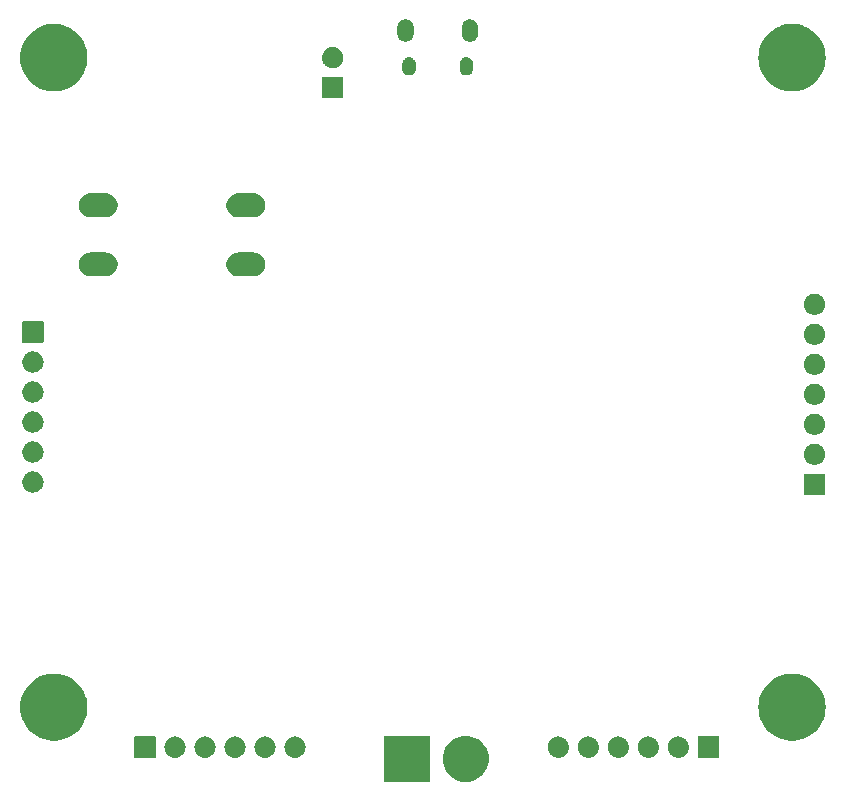
<source format=gbr>
G04 #@! TF.GenerationSoftware,KiCad,Pcbnew,8.0.5*
G04 #@! TF.CreationDate,2025-04-11T00:04:55-04:00*
G04 #@! TF.ProjectId,RP2040_minimal_r2,52503230-3430-45f6-9d69-6e696d616c5f,REV2*
G04 #@! TF.SameCoordinates,Original*
G04 #@! TF.FileFunction,Soldermask,Bot*
G04 #@! TF.FilePolarity,Negative*
%FSLAX46Y46*%
G04 Gerber Fmt 4.6, Leading zero omitted, Abs format (unit mm)*
G04 Created by KiCad (PCBNEW 8.0.5) date 2025-04-11 00:04:55*
%MOMM*%
%LPD*%
G01*
G04 APERTURE LIST*
G04 APERTURE END LIST*
G36*
X99294517Y-131427882D02*
G01*
X99311062Y-131438938D01*
X99322118Y-131455483D01*
X99326000Y-131475000D01*
X99326000Y-135275000D01*
X99322118Y-135294517D01*
X99311062Y-135311062D01*
X99294517Y-135322118D01*
X99275000Y-135326000D01*
X95475000Y-135326000D01*
X95455483Y-135322118D01*
X95438938Y-135311062D01*
X95427882Y-135294517D01*
X95424000Y-135275000D01*
X95424000Y-131475000D01*
X95427882Y-131455483D01*
X95438938Y-131438938D01*
X95455483Y-131427882D01*
X95475000Y-131424000D01*
X99275000Y-131424000D01*
X99294517Y-131427882D01*
G37*
G36*
X102652656Y-131443858D02*
G01*
X102924660Y-131503029D01*
X103185475Y-131600308D01*
X103429790Y-131733714D01*
X103652633Y-131900533D01*
X103849467Y-132097367D01*
X104016286Y-132320210D01*
X104149692Y-132564525D01*
X104246971Y-132825340D01*
X104306142Y-133097344D01*
X104326000Y-133375000D01*
X104306142Y-133652656D01*
X104246971Y-133924660D01*
X104149692Y-134185475D01*
X104016286Y-134429790D01*
X103849467Y-134652633D01*
X103652633Y-134849467D01*
X103429790Y-135016286D01*
X103185475Y-135149692D01*
X102924660Y-135246971D01*
X102652656Y-135306142D01*
X102375000Y-135326000D01*
X102097344Y-135306142D01*
X101825340Y-135246971D01*
X101564525Y-135149692D01*
X101320210Y-135016286D01*
X101097367Y-134849467D01*
X100900533Y-134652633D01*
X100733714Y-134429790D01*
X100600308Y-134185475D01*
X100503029Y-133924660D01*
X100443858Y-133652656D01*
X100424000Y-133375000D01*
X100443858Y-133097344D01*
X100503029Y-132825340D01*
X100600308Y-132564525D01*
X100733714Y-132320210D01*
X100900533Y-132097367D01*
X101097367Y-131900533D01*
X101320210Y-131733714D01*
X101564525Y-131600308D01*
X101825340Y-131503029D01*
X102097344Y-131443858D01*
X102375000Y-131424000D01*
X102652656Y-131443858D01*
G37*
G36*
X76084517Y-131477882D02*
G01*
X76101062Y-131488938D01*
X76112118Y-131505483D01*
X76116000Y-131525000D01*
X76116000Y-133225000D01*
X76112118Y-133244517D01*
X76101062Y-133261062D01*
X76084517Y-133272118D01*
X76065000Y-133276000D01*
X74365000Y-133276000D01*
X74345483Y-133272118D01*
X74328938Y-133261062D01*
X74317882Y-133244517D01*
X74314000Y-133225000D01*
X74314000Y-131525000D01*
X74317882Y-131505483D01*
X74328938Y-131488938D01*
X74345483Y-131477882D01*
X74365000Y-131474000D01*
X76065000Y-131474000D01*
X76084517Y-131477882D01*
G37*
G36*
X123784517Y-131477882D02*
G01*
X123801062Y-131488938D01*
X123812118Y-131505483D01*
X123816000Y-131525000D01*
X123816000Y-133225000D01*
X123812118Y-133244517D01*
X123801062Y-133261062D01*
X123784517Y-133272118D01*
X123765000Y-133276000D01*
X122065000Y-133276000D01*
X122045483Y-133272118D01*
X122028938Y-133261062D01*
X122017882Y-133244517D01*
X122014000Y-133225000D01*
X122014000Y-131525000D01*
X122017882Y-131505483D01*
X122028938Y-131488938D01*
X122045483Y-131477882D01*
X122065000Y-131474000D01*
X123765000Y-131474000D01*
X123784517Y-131477882D01*
G37*
G36*
X77802913Y-131478936D02*
G01*
X77849180Y-131478936D01*
X77889129Y-131487427D01*
X77930733Y-131491525D01*
X77982998Y-131507379D01*
X78033424Y-131518098D01*
X78065694Y-131532465D01*
X78099712Y-131542785D01*
X78153767Y-131571678D01*
X78205500Y-131594711D01*
X78229551Y-131612185D01*
X78255447Y-131626027D01*
X78308271Y-131669378D01*
X78357887Y-131705427D01*
X78373996Y-131723318D01*
X78391948Y-131738051D01*
X78440188Y-131796831D01*
X78483924Y-131845405D01*
X78493111Y-131861319D01*
X78503972Y-131874552D01*
X78544149Y-131949719D01*
X78578104Y-132008530D01*
X78582009Y-132020550D01*
X78587214Y-132030287D01*
X78615913Y-132124896D01*
X78636311Y-132187672D01*
X78637028Y-132194502D01*
X78638474Y-132199266D01*
X78652536Y-132342042D01*
X78656000Y-132375000D01*
X78652535Y-132407959D01*
X78638474Y-132550733D01*
X78637029Y-132555496D01*
X78636311Y-132562328D01*
X78615909Y-132625117D01*
X78587214Y-132719712D01*
X78582010Y-132729447D01*
X78578104Y-132741470D01*
X78544142Y-132800293D01*
X78503972Y-132875447D01*
X78493113Y-132888677D01*
X78483924Y-132904595D01*
X78440178Y-132953178D01*
X78391948Y-133011948D01*
X78374000Y-133026677D01*
X78357887Y-133044573D01*
X78308260Y-133080628D01*
X78255447Y-133123972D01*
X78229557Y-133137810D01*
X78205500Y-133155289D01*
X78153756Y-133178326D01*
X78099712Y-133207214D01*
X78065701Y-133217531D01*
X78033424Y-133231902D01*
X77982987Y-133242622D01*
X77930733Y-133258474D01*
X77889138Y-133262570D01*
X77849180Y-133271064D01*
X77802903Y-133271064D01*
X77755000Y-133275782D01*
X77707097Y-133271064D01*
X77660820Y-133271064D01*
X77620862Y-133262570D01*
X77579266Y-133258474D01*
X77527009Y-133242621D01*
X77476576Y-133231902D01*
X77444300Y-133217532D01*
X77410287Y-133207214D01*
X77356237Y-133178323D01*
X77304500Y-133155289D01*
X77280445Y-133137812D01*
X77254552Y-133123972D01*
X77201730Y-133080622D01*
X77152113Y-133044573D01*
X77136002Y-133026680D01*
X77118051Y-133011948D01*
X77069809Y-132953166D01*
X77026076Y-132904595D01*
X77016888Y-132888681D01*
X77006027Y-132875447D01*
X76965844Y-132800269D01*
X76931896Y-132741470D01*
X76927991Y-132729451D01*
X76922785Y-132719712D01*
X76894075Y-132625071D01*
X76873689Y-132562328D01*
X76872971Y-132555501D01*
X76871525Y-132550733D01*
X76857448Y-132407808D01*
X76854000Y-132375000D01*
X76857448Y-132342194D01*
X76871525Y-132199266D01*
X76872971Y-132194497D01*
X76873689Y-132187672D01*
X76894071Y-132124942D01*
X76922785Y-132030287D01*
X76927991Y-132020545D01*
X76931896Y-132008530D01*
X76965836Y-131949742D01*
X77006027Y-131874552D01*
X77016890Y-131861314D01*
X77026076Y-131845405D01*
X77069800Y-131796843D01*
X77118051Y-131738051D01*
X77136005Y-131723315D01*
X77152113Y-131705427D01*
X77201720Y-131669385D01*
X77254552Y-131626027D01*
X77280450Y-131612183D01*
X77304500Y-131594711D01*
X77356226Y-131571681D01*
X77410287Y-131542785D01*
X77444307Y-131532464D01*
X77476576Y-131518098D01*
X77526998Y-131507380D01*
X77579266Y-131491525D01*
X77620871Y-131487427D01*
X77660820Y-131478936D01*
X77707086Y-131478936D01*
X77755000Y-131474217D01*
X77802913Y-131478936D01*
G37*
G36*
X80342913Y-131478936D02*
G01*
X80389180Y-131478936D01*
X80429129Y-131487427D01*
X80470733Y-131491525D01*
X80522998Y-131507379D01*
X80573424Y-131518098D01*
X80605694Y-131532465D01*
X80639712Y-131542785D01*
X80693767Y-131571678D01*
X80745500Y-131594711D01*
X80769551Y-131612185D01*
X80795447Y-131626027D01*
X80848271Y-131669378D01*
X80897887Y-131705427D01*
X80913996Y-131723318D01*
X80931948Y-131738051D01*
X80980188Y-131796831D01*
X81023924Y-131845405D01*
X81033111Y-131861319D01*
X81043972Y-131874552D01*
X81084149Y-131949719D01*
X81118104Y-132008530D01*
X81122009Y-132020550D01*
X81127214Y-132030287D01*
X81155913Y-132124896D01*
X81176311Y-132187672D01*
X81177028Y-132194502D01*
X81178474Y-132199266D01*
X81192536Y-132342042D01*
X81196000Y-132375000D01*
X81192535Y-132407959D01*
X81178474Y-132550733D01*
X81177029Y-132555496D01*
X81176311Y-132562328D01*
X81155909Y-132625117D01*
X81127214Y-132719712D01*
X81122010Y-132729447D01*
X81118104Y-132741470D01*
X81084142Y-132800293D01*
X81043972Y-132875447D01*
X81033113Y-132888677D01*
X81023924Y-132904595D01*
X80980178Y-132953178D01*
X80931948Y-133011948D01*
X80914000Y-133026677D01*
X80897887Y-133044573D01*
X80848260Y-133080628D01*
X80795447Y-133123972D01*
X80769557Y-133137810D01*
X80745500Y-133155289D01*
X80693756Y-133178326D01*
X80639712Y-133207214D01*
X80605701Y-133217531D01*
X80573424Y-133231902D01*
X80522987Y-133242622D01*
X80470733Y-133258474D01*
X80429138Y-133262570D01*
X80389180Y-133271064D01*
X80342903Y-133271064D01*
X80295000Y-133275782D01*
X80247097Y-133271064D01*
X80200820Y-133271064D01*
X80160862Y-133262570D01*
X80119266Y-133258474D01*
X80067009Y-133242621D01*
X80016576Y-133231902D01*
X79984300Y-133217532D01*
X79950287Y-133207214D01*
X79896237Y-133178323D01*
X79844500Y-133155289D01*
X79820445Y-133137812D01*
X79794552Y-133123972D01*
X79741730Y-133080622D01*
X79692113Y-133044573D01*
X79676002Y-133026680D01*
X79658051Y-133011948D01*
X79609809Y-132953166D01*
X79566076Y-132904595D01*
X79556888Y-132888681D01*
X79546027Y-132875447D01*
X79505844Y-132800269D01*
X79471896Y-132741470D01*
X79467991Y-132729451D01*
X79462785Y-132719712D01*
X79434075Y-132625071D01*
X79413689Y-132562328D01*
X79412971Y-132555501D01*
X79411525Y-132550733D01*
X79397448Y-132407808D01*
X79394000Y-132375000D01*
X79397448Y-132342194D01*
X79411525Y-132199266D01*
X79412971Y-132194497D01*
X79413689Y-132187672D01*
X79434071Y-132124942D01*
X79462785Y-132030287D01*
X79467991Y-132020545D01*
X79471896Y-132008530D01*
X79505836Y-131949742D01*
X79546027Y-131874552D01*
X79556890Y-131861314D01*
X79566076Y-131845405D01*
X79609800Y-131796843D01*
X79658051Y-131738051D01*
X79676005Y-131723315D01*
X79692113Y-131705427D01*
X79741720Y-131669385D01*
X79794552Y-131626027D01*
X79820450Y-131612183D01*
X79844500Y-131594711D01*
X79896226Y-131571681D01*
X79950287Y-131542785D01*
X79984307Y-131532464D01*
X80016576Y-131518098D01*
X80066998Y-131507380D01*
X80119266Y-131491525D01*
X80160871Y-131487427D01*
X80200820Y-131478936D01*
X80247086Y-131478936D01*
X80295000Y-131474217D01*
X80342913Y-131478936D01*
G37*
G36*
X82882913Y-131478936D02*
G01*
X82929180Y-131478936D01*
X82969129Y-131487427D01*
X83010733Y-131491525D01*
X83062998Y-131507379D01*
X83113424Y-131518098D01*
X83145694Y-131532465D01*
X83179712Y-131542785D01*
X83233767Y-131571678D01*
X83285500Y-131594711D01*
X83309551Y-131612185D01*
X83335447Y-131626027D01*
X83388271Y-131669378D01*
X83437887Y-131705427D01*
X83453996Y-131723318D01*
X83471948Y-131738051D01*
X83520188Y-131796831D01*
X83563924Y-131845405D01*
X83573111Y-131861319D01*
X83583972Y-131874552D01*
X83624149Y-131949719D01*
X83658104Y-132008530D01*
X83662009Y-132020550D01*
X83667214Y-132030287D01*
X83695913Y-132124896D01*
X83716311Y-132187672D01*
X83717028Y-132194502D01*
X83718474Y-132199266D01*
X83732536Y-132342042D01*
X83736000Y-132375000D01*
X83732535Y-132407959D01*
X83718474Y-132550733D01*
X83717029Y-132555496D01*
X83716311Y-132562328D01*
X83695909Y-132625117D01*
X83667214Y-132719712D01*
X83662010Y-132729447D01*
X83658104Y-132741470D01*
X83624142Y-132800293D01*
X83583972Y-132875447D01*
X83573113Y-132888677D01*
X83563924Y-132904595D01*
X83520178Y-132953178D01*
X83471948Y-133011948D01*
X83454000Y-133026677D01*
X83437887Y-133044573D01*
X83388260Y-133080628D01*
X83335447Y-133123972D01*
X83309557Y-133137810D01*
X83285500Y-133155289D01*
X83233756Y-133178326D01*
X83179712Y-133207214D01*
X83145701Y-133217531D01*
X83113424Y-133231902D01*
X83062987Y-133242622D01*
X83010733Y-133258474D01*
X82969138Y-133262570D01*
X82929180Y-133271064D01*
X82882903Y-133271064D01*
X82835000Y-133275782D01*
X82787097Y-133271064D01*
X82740820Y-133271064D01*
X82700862Y-133262570D01*
X82659266Y-133258474D01*
X82607009Y-133242621D01*
X82556576Y-133231902D01*
X82524300Y-133217532D01*
X82490287Y-133207214D01*
X82436237Y-133178323D01*
X82384500Y-133155289D01*
X82360445Y-133137812D01*
X82334552Y-133123972D01*
X82281730Y-133080622D01*
X82232113Y-133044573D01*
X82216002Y-133026680D01*
X82198051Y-133011948D01*
X82149809Y-132953166D01*
X82106076Y-132904595D01*
X82096888Y-132888681D01*
X82086027Y-132875447D01*
X82045844Y-132800269D01*
X82011896Y-132741470D01*
X82007991Y-132729451D01*
X82002785Y-132719712D01*
X81974075Y-132625071D01*
X81953689Y-132562328D01*
X81952971Y-132555501D01*
X81951525Y-132550733D01*
X81937448Y-132407808D01*
X81934000Y-132375000D01*
X81937448Y-132342194D01*
X81951525Y-132199266D01*
X81952971Y-132194497D01*
X81953689Y-132187672D01*
X81974071Y-132124942D01*
X82002785Y-132030287D01*
X82007991Y-132020545D01*
X82011896Y-132008530D01*
X82045836Y-131949742D01*
X82086027Y-131874552D01*
X82096890Y-131861314D01*
X82106076Y-131845405D01*
X82149800Y-131796843D01*
X82198051Y-131738051D01*
X82216005Y-131723315D01*
X82232113Y-131705427D01*
X82281720Y-131669385D01*
X82334552Y-131626027D01*
X82360450Y-131612183D01*
X82384500Y-131594711D01*
X82436226Y-131571681D01*
X82490287Y-131542785D01*
X82524307Y-131532464D01*
X82556576Y-131518098D01*
X82606998Y-131507380D01*
X82659266Y-131491525D01*
X82700871Y-131487427D01*
X82740820Y-131478936D01*
X82787086Y-131478936D01*
X82835000Y-131474217D01*
X82882913Y-131478936D01*
G37*
G36*
X85422913Y-131478936D02*
G01*
X85469180Y-131478936D01*
X85509129Y-131487427D01*
X85550733Y-131491525D01*
X85602998Y-131507379D01*
X85653424Y-131518098D01*
X85685694Y-131532465D01*
X85719712Y-131542785D01*
X85773767Y-131571678D01*
X85825500Y-131594711D01*
X85849551Y-131612185D01*
X85875447Y-131626027D01*
X85928271Y-131669378D01*
X85977887Y-131705427D01*
X85993996Y-131723318D01*
X86011948Y-131738051D01*
X86060188Y-131796831D01*
X86103924Y-131845405D01*
X86113111Y-131861319D01*
X86123972Y-131874552D01*
X86164149Y-131949719D01*
X86198104Y-132008530D01*
X86202009Y-132020550D01*
X86207214Y-132030287D01*
X86235913Y-132124896D01*
X86256311Y-132187672D01*
X86257028Y-132194502D01*
X86258474Y-132199266D01*
X86272536Y-132342042D01*
X86276000Y-132375000D01*
X86272535Y-132407959D01*
X86258474Y-132550733D01*
X86257029Y-132555496D01*
X86256311Y-132562328D01*
X86235909Y-132625117D01*
X86207214Y-132719712D01*
X86202010Y-132729447D01*
X86198104Y-132741470D01*
X86164142Y-132800293D01*
X86123972Y-132875447D01*
X86113113Y-132888677D01*
X86103924Y-132904595D01*
X86060178Y-132953178D01*
X86011948Y-133011948D01*
X85994000Y-133026677D01*
X85977887Y-133044573D01*
X85928260Y-133080628D01*
X85875447Y-133123972D01*
X85849557Y-133137810D01*
X85825500Y-133155289D01*
X85773756Y-133178326D01*
X85719712Y-133207214D01*
X85685701Y-133217531D01*
X85653424Y-133231902D01*
X85602987Y-133242622D01*
X85550733Y-133258474D01*
X85509138Y-133262570D01*
X85469180Y-133271064D01*
X85422903Y-133271064D01*
X85375000Y-133275782D01*
X85327097Y-133271064D01*
X85280820Y-133271064D01*
X85240862Y-133262570D01*
X85199266Y-133258474D01*
X85147009Y-133242621D01*
X85096576Y-133231902D01*
X85064300Y-133217532D01*
X85030287Y-133207214D01*
X84976237Y-133178323D01*
X84924500Y-133155289D01*
X84900445Y-133137812D01*
X84874552Y-133123972D01*
X84821730Y-133080622D01*
X84772113Y-133044573D01*
X84756002Y-133026680D01*
X84738051Y-133011948D01*
X84689809Y-132953166D01*
X84646076Y-132904595D01*
X84636888Y-132888681D01*
X84626027Y-132875447D01*
X84585844Y-132800269D01*
X84551896Y-132741470D01*
X84547991Y-132729451D01*
X84542785Y-132719712D01*
X84514075Y-132625071D01*
X84493689Y-132562328D01*
X84492971Y-132555501D01*
X84491525Y-132550733D01*
X84477448Y-132407808D01*
X84474000Y-132375000D01*
X84477448Y-132342194D01*
X84491525Y-132199266D01*
X84492971Y-132194497D01*
X84493689Y-132187672D01*
X84514071Y-132124942D01*
X84542785Y-132030287D01*
X84547991Y-132020545D01*
X84551896Y-132008530D01*
X84585836Y-131949742D01*
X84626027Y-131874552D01*
X84636890Y-131861314D01*
X84646076Y-131845405D01*
X84689800Y-131796843D01*
X84738051Y-131738051D01*
X84756005Y-131723315D01*
X84772113Y-131705427D01*
X84821720Y-131669385D01*
X84874552Y-131626027D01*
X84900450Y-131612183D01*
X84924500Y-131594711D01*
X84976226Y-131571681D01*
X85030287Y-131542785D01*
X85064307Y-131532464D01*
X85096576Y-131518098D01*
X85146998Y-131507380D01*
X85199266Y-131491525D01*
X85240871Y-131487427D01*
X85280820Y-131478936D01*
X85327086Y-131478936D01*
X85375000Y-131474217D01*
X85422913Y-131478936D01*
G37*
G36*
X87962913Y-131478936D02*
G01*
X88009180Y-131478936D01*
X88049129Y-131487427D01*
X88090733Y-131491525D01*
X88142998Y-131507379D01*
X88193424Y-131518098D01*
X88225694Y-131532465D01*
X88259712Y-131542785D01*
X88313767Y-131571678D01*
X88365500Y-131594711D01*
X88389551Y-131612185D01*
X88415447Y-131626027D01*
X88468271Y-131669378D01*
X88517887Y-131705427D01*
X88533996Y-131723318D01*
X88551948Y-131738051D01*
X88600188Y-131796831D01*
X88643924Y-131845405D01*
X88653111Y-131861319D01*
X88663972Y-131874552D01*
X88704149Y-131949719D01*
X88738104Y-132008530D01*
X88742009Y-132020550D01*
X88747214Y-132030287D01*
X88775913Y-132124896D01*
X88796311Y-132187672D01*
X88797028Y-132194502D01*
X88798474Y-132199266D01*
X88812536Y-132342042D01*
X88816000Y-132375000D01*
X88812535Y-132407959D01*
X88798474Y-132550733D01*
X88797029Y-132555496D01*
X88796311Y-132562328D01*
X88775909Y-132625117D01*
X88747214Y-132719712D01*
X88742010Y-132729447D01*
X88738104Y-132741470D01*
X88704142Y-132800293D01*
X88663972Y-132875447D01*
X88653113Y-132888677D01*
X88643924Y-132904595D01*
X88600178Y-132953178D01*
X88551948Y-133011948D01*
X88534000Y-133026677D01*
X88517887Y-133044573D01*
X88468260Y-133080628D01*
X88415447Y-133123972D01*
X88389557Y-133137810D01*
X88365500Y-133155289D01*
X88313756Y-133178326D01*
X88259712Y-133207214D01*
X88225701Y-133217531D01*
X88193424Y-133231902D01*
X88142987Y-133242622D01*
X88090733Y-133258474D01*
X88049138Y-133262570D01*
X88009180Y-133271064D01*
X87962903Y-133271064D01*
X87915000Y-133275782D01*
X87867097Y-133271064D01*
X87820820Y-133271064D01*
X87780862Y-133262570D01*
X87739266Y-133258474D01*
X87687009Y-133242621D01*
X87636576Y-133231902D01*
X87604300Y-133217532D01*
X87570287Y-133207214D01*
X87516237Y-133178323D01*
X87464500Y-133155289D01*
X87440445Y-133137812D01*
X87414552Y-133123972D01*
X87361730Y-133080622D01*
X87312113Y-133044573D01*
X87296002Y-133026680D01*
X87278051Y-133011948D01*
X87229809Y-132953166D01*
X87186076Y-132904595D01*
X87176888Y-132888681D01*
X87166027Y-132875447D01*
X87125844Y-132800269D01*
X87091896Y-132741470D01*
X87087991Y-132729451D01*
X87082785Y-132719712D01*
X87054075Y-132625071D01*
X87033689Y-132562328D01*
X87032971Y-132555501D01*
X87031525Y-132550733D01*
X87017448Y-132407808D01*
X87014000Y-132375000D01*
X87017448Y-132342194D01*
X87031525Y-132199266D01*
X87032971Y-132194497D01*
X87033689Y-132187672D01*
X87054071Y-132124942D01*
X87082785Y-132030287D01*
X87087991Y-132020545D01*
X87091896Y-132008530D01*
X87125836Y-131949742D01*
X87166027Y-131874552D01*
X87176890Y-131861314D01*
X87186076Y-131845405D01*
X87229800Y-131796843D01*
X87278051Y-131738051D01*
X87296005Y-131723315D01*
X87312113Y-131705427D01*
X87361720Y-131669385D01*
X87414552Y-131626027D01*
X87440450Y-131612183D01*
X87464500Y-131594711D01*
X87516226Y-131571681D01*
X87570287Y-131542785D01*
X87604307Y-131532464D01*
X87636576Y-131518098D01*
X87686998Y-131507380D01*
X87739266Y-131491525D01*
X87780871Y-131487427D01*
X87820820Y-131478936D01*
X87867086Y-131478936D01*
X87915000Y-131474217D01*
X87962913Y-131478936D01*
G37*
G36*
X110262913Y-131478936D02*
G01*
X110309180Y-131478936D01*
X110349129Y-131487427D01*
X110390733Y-131491525D01*
X110442998Y-131507379D01*
X110493424Y-131518098D01*
X110525694Y-131532465D01*
X110559712Y-131542785D01*
X110613767Y-131571678D01*
X110665500Y-131594711D01*
X110689551Y-131612185D01*
X110715447Y-131626027D01*
X110768271Y-131669378D01*
X110817887Y-131705427D01*
X110833996Y-131723318D01*
X110851948Y-131738051D01*
X110900188Y-131796831D01*
X110943924Y-131845405D01*
X110953111Y-131861319D01*
X110963972Y-131874552D01*
X111004149Y-131949719D01*
X111038104Y-132008530D01*
X111042009Y-132020550D01*
X111047214Y-132030287D01*
X111075913Y-132124896D01*
X111096311Y-132187672D01*
X111097028Y-132194502D01*
X111098474Y-132199266D01*
X111112536Y-132342042D01*
X111116000Y-132375000D01*
X111112535Y-132407959D01*
X111098474Y-132550733D01*
X111097029Y-132555496D01*
X111096311Y-132562328D01*
X111075909Y-132625117D01*
X111047214Y-132719712D01*
X111042010Y-132729447D01*
X111038104Y-132741470D01*
X111004142Y-132800293D01*
X110963972Y-132875447D01*
X110953113Y-132888677D01*
X110943924Y-132904595D01*
X110900178Y-132953178D01*
X110851948Y-133011948D01*
X110834000Y-133026677D01*
X110817887Y-133044573D01*
X110768260Y-133080628D01*
X110715447Y-133123972D01*
X110689557Y-133137810D01*
X110665500Y-133155289D01*
X110613756Y-133178326D01*
X110559712Y-133207214D01*
X110525701Y-133217531D01*
X110493424Y-133231902D01*
X110442987Y-133242622D01*
X110390733Y-133258474D01*
X110349138Y-133262570D01*
X110309180Y-133271064D01*
X110262903Y-133271064D01*
X110215000Y-133275782D01*
X110167097Y-133271064D01*
X110120820Y-133271064D01*
X110080862Y-133262570D01*
X110039266Y-133258474D01*
X109987009Y-133242621D01*
X109936576Y-133231902D01*
X109904300Y-133217532D01*
X109870287Y-133207214D01*
X109816237Y-133178323D01*
X109764500Y-133155289D01*
X109740445Y-133137812D01*
X109714552Y-133123972D01*
X109661730Y-133080622D01*
X109612113Y-133044573D01*
X109596002Y-133026680D01*
X109578051Y-133011948D01*
X109529809Y-132953166D01*
X109486076Y-132904595D01*
X109476888Y-132888681D01*
X109466027Y-132875447D01*
X109425844Y-132800269D01*
X109391896Y-132741470D01*
X109387991Y-132729451D01*
X109382785Y-132719712D01*
X109354075Y-132625071D01*
X109333689Y-132562328D01*
X109332971Y-132555501D01*
X109331525Y-132550733D01*
X109317448Y-132407808D01*
X109314000Y-132375000D01*
X109317448Y-132342194D01*
X109331525Y-132199266D01*
X109332971Y-132194497D01*
X109333689Y-132187672D01*
X109354071Y-132124942D01*
X109382785Y-132030287D01*
X109387991Y-132020545D01*
X109391896Y-132008530D01*
X109425836Y-131949742D01*
X109466027Y-131874552D01*
X109476890Y-131861314D01*
X109486076Y-131845405D01*
X109529800Y-131796843D01*
X109578051Y-131738051D01*
X109596005Y-131723315D01*
X109612113Y-131705427D01*
X109661720Y-131669385D01*
X109714552Y-131626027D01*
X109740450Y-131612183D01*
X109764500Y-131594711D01*
X109816226Y-131571681D01*
X109870287Y-131542785D01*
X109904307Y-131532464D01*
X109936576Y-131518098D01*
X109986998Y-131507380D01*
X110039266Y-131491525D01*
X110080871Y-131487427D01*
X110120820Y-131478936D01*
X110167086Y-131478936D01*
X110215000Y-131474217D01*
X110262913Y-131478936D01*
G37*
G36*
X112802913Y-131478936D02*
G01*
X112849180Y-131478936D01*
X112889129Y-131487427D01*
X112930733Y-131491525D01*
X112982998Y-131507379D01*
X113033424Y-131518098D01*
X113065694Y-131532465D01*
X113099712Y-131542785D01*
X113153767Y-131571678D01*
X113205500Y-131594711D01*
X113229551Y-131612185D01*
X113255447Y-131626027D01*
X113308271Y-131669378D01*
X113357887Y-131705427D01*
X113373996Y-131723318D01*
X113391948Y-131738051D01*
X113440188Y-131796831D01*
X113483924Y-131845405D01*
X113493111Y-131861319D01*
X113503972Y-131874552D01*
X113544149Y-131949719D01*
X113578104Y-132008530D01*
X113582009Y-132020550D01*
X113587214Y-132030287D01*
X113615913Y-132124896D01*
X113636311Y-132187672D01*
X113637028Y-132194502D01*
X113638474Y-132199266D01*
X113652536Y-132342042D01*
X113656000Y-132375000D01*
X113652535Y-132407959D01*
X113638474Y-132550733D01*
X113637029Y-132555496D01*
X113636311Y-132562328D01*
X113615909Y-132625117D01*
X113587214Y-132719712D01*
X113582010Y-132729447D01*
X113578104Y-132741470D01*
X113544142Y-132800293D01*
X113503972Y-132875447D01*
X113493113Y-132888677D01*
X113483924Y-132904595D01*
X113440178Y-132953178D01*
X113391948Y-133011948D01*
X113374000Y-133026677D01*
X113357887Y-133044573D01*
X113308260Y-133080628D01*
X113255447Y-133123972D01*
X113229557Y-133137810D01*
X113205500Y-133155289D01*
X113153756Y-133178326D01*
X113099712Y-133207214D01*
X113065701Y-133217531D01*
X113033424Y-133231902D01*
X112982987Y-133242622D01*
X112930733Y-133258474D01*
X112889138Y-133262570D01*
X112849180Y-133271064D01*
X112802903Y-133271064D01*
X112755000Y-133275782D01*
X112707097Y-133271064D01*
X112660820Y-133271064D01*
X112620862Y-133262570D01*
X112579266Y-133258474D01*
X112527009Y-133242621D01*
X112476576Y-133231902D01*
X112444300Y-133217532D01*
X112410287Y-133207214D01*
X112356237Y-133178323D01*
X112304500Y-133155289D01*
X112280445Y-133137812D01*
X112254552Y-133123972D01*
X112201730Y-133080622D01*
X112152113Y-133044573D01*
X112136002Y-133026680D01*
X112118051Y-133011948D01*
X112069809Y-132953166D01*
X112026076Y-132904595D01*
X112016888Y-132888681D01*
X112006027Y-132875447D01*
X111965844Y-132800269D01*
X111931896Y-132741470D01*
X111927991Y-132729451D01*
X111922785Y-132719712D01*
X111894075Y-132625071D01*
X111873689Y-132562328D01*
X111872971Y-132555501D01*
X111871525Y-132550733D01*
X111857448Y-132407808D01*
X111854000Y-132375000D01*
X111857448Y-132342194D01*
X111871525Y-132199266D01*
X111872971Y-132194497D01*
X111873689Y-132187672D01*
X111894071Y-132124942D01*
X111922785Y-132030287D01*
X111927991Y-132020545D01*
X111931896Y-132008530D01*
X111965836Y-131949742D01*
X112006027Y-131874552D01*
X112016890Y-131861314D01*
X112026076Y-131845405D01*
X112069800Y-131796843D01*
X112118051Y-131738051D01*
X112136005Y-131723315D01*
X112152113Y-131705427D01*
X112201720Y-131669385D01*
X112254552Y-131626027D01*
X112280450Y-131612183D01*
X112304500Y-131594711D01*
X112356226Y-131571681D01*
X112410287Y-131542785D01*
X112444307Y-131532464D01*
X112476576Y-131518098D01*
X112526998Y-131507380D01*
X112579266Y-131491525D01*
X112620871Y-131487427D01*
X112660820Y-131478936D01*
X112707086Y-131478936D01*
X112755000Y-131474217D01*
X112802913Y-131478936D01*
G37*
G36*
X115342913Y-131478936D02*
G01*
X115389180Y-131478936D01*
X115429129Y-131487427D01*
X115470733Y-131491525D01*
X115522998Y-131507379D01*
X115573424Y-131518098D01*
X115605694Y-131532465D01*
X115639712Y-131542785D01*
X115693767Y-131571678D01*
X115745500Y-131594711D01*
X115769551Y-131612185D01*
X115795447Y-131626027D01*
X115848271Y-131669378D01*
X115897887Y-131705427D01*
X115913996Y-131723318D01*
X115931948Y-131738051D01*
X115980188Y-131796831D01*
X116023924Y-131845405D01*
X116033111Y-131861319D01*
X116043972Y-131874552D01*
X116084149Y-131949719D01*
X116118104Y-132008530D01*
X116122009Y-132020550D01*
X116127214Y-132030287D01*
X116155913Y-132124896D01*
X116176311Y-132187672D01*
X116177028Y-132194502D01*
X116178474Y-132199266D01*
X116192536Y-132342042D01*
X116196000Y-132375000D01*
X116192535Y-132407959D01*
X116178474Y-132550733D01*
X116177029Y-132555496D01*
X116176311Y-132562328D01*
X116155909Y-132625117D01*
X116127214Y-132719712D01*
X116122010Y-132729447D01*
X116118104Y-132741470D01*
X116084142Y-132800293D01*
X116043972Y-132875447D01*
X116033113Y-132888677D01*
X116023924Y-132904595D01*
X115980178Y-132953178D01*
X115931948Y-133011948D01*
X115914000Y-133026677D01*
X115897887Y-133044573D01*
X115848260Y-133080628D01*
X115795447Y-133123972D01*
X115769557Y-133137810D01*
X115745500Y-133155289D01*
X115693756Y-133178326D01*
X115639712Y-133207214D01*
X115605701Y-133217531D01*
X115573424Y-133231902D01*
X115522987Y-133242622D01*
X115470733Y-133258474D01*
X115429138Y-133262570D01*
X115389180Y-133271064D01*
X115342903Y-133271064D01*
X115295000Y-133275782D01*
X115247097Y-133271064D01*
X115200820Y-133271064D01*
X115160862Y-133262570D01*
X115119266Y-133258474D01*
X115067009Y-133242621D01*
X115016576Y-133231902D01*
X114984300Y-133217532D01*
X114950287Y-133207214D01*
X114896237Y-133178323D01*
X114844500Y-133155289D01*
X114820445Y-133137812D01*
X114794552Y-133123972D01*
X114741730Y-133080622D01*
X114692113Y-133044573D01*
X114676002Y-133026680D01*
X114658051Y-133011948D01*
X114609809Y-132953166D01*
X114566076Y-132904595D01*
X114556888Y-132888681D01*
X114546027Y-132875447D01*
X114505844Y-132800269D01*
X114471896Y-132741470D01*
X114467991Y-132729451D01*
X114462785Y-132719712D01*
X114434075Y-132625071D01*
X114413689Y-132562328D01*
X114412971Y-132555501D01*
X114411525Y-132550733D01*
X114397448Y-132407808D01*
X114394000Y-132375000D01*
X114397448Y-132342194D01*
X114411525Y-132199266D01*
X114412971Y-132194497D01*
X114413689Y-132187672D01*
X114434071Y-132124942D01*
X114462785Y-132030287D01*
X114467991Y-132020545D01*
X114471896Y-132008530D01*
X114505836Y-131949742D01*
X114546027Y-131874552D01*
X114556890Y-131861314D01*
X114566076Y-131845405D01*
X114609800Y-131796843D01*
X114658051Y-131738051D01*
X114676005Y-131723315D01*
X114692113Y-131705427D01*
X114741720Y-131669385D01*
X114794552Y-131626027D01*
X114820450Y-131612183D01*
X114844500Y-131594711D01*
X114896226Y-131571681D01*
X114950287Y-131542785D01*
X114984307Y-131532464D01*
X115016576Y-131518098D01*
X115066998Y-131507380D01*
X115119266Y-131491525D01*
X115160871Y-131487427D01*
X115200820Y-131478936D01*
X115247086Y-131478936D01*
X115295000Y-131474217D01*
X115342913Y-131478936D01*
G37*
G36*
X117882913Y-131478936D02*
G01*
X117929180Y-131478936D01*
X117969129Y-131487427D01*
X118010733Y-131491525D01*
X118062998Y-131507379D01*
X118113424Y-131518098D01*
X118145694Y-131532465D01*
X118179712Y-131542785D01*
X118233767Y-131571678D01*
X118285500Y-131594711D01*
X118309551Y-131612185D01*
X118335447Y-131626027D01*
X118388271Y-131669378D01*
X118437887Y-131705427D01*
X118453996Y-131723318D01*
X118471948Y-131738051D01*
X118520188Y-131796831D01*
X118563924Y-131845405D01*
X118573111Y-131861319D01*
X118583972Y-131874552D01*
X118624149Y-131949719D01*
X118658104Y-132008530D01*
X118662009Y-132020550D01*
X118667214Y-132030287D01*
X118695913Y-132124896D01*
X118716311Y-132187672D01*
X118717028Y-132194502D01*
X118718474Y-132199266D01*
X118732536Y-132342042D01*
X118736000Y-132375000D01*
X118732535Y-132407959D01*
X118718474Y-132550733D01*
X118717029Y-132555496D01*
X118716311Y-132562328D01*
X118695909Y-132625117D01*
X118667214Y-132719712D01*
X118662010Y-132729447D01*
X118658104Y-132741470D01*
X118624142Y-132800293D01*
X118583972Y-132875447D01*
X118573113Y-132888677D01*
X118563924Y-132904595D01*
X118520178Y-132953178D01*
X118471948Y-133011948D01*
X118454000Y-133026677D01*
X118437887Y-133044573D01*
X118388260Y-133080628D01*
X118335447Y-133123972D01*
X118309557Y-133137810D01*
X118285500Y-133155289D01*
X118233756Y-133178326D01*
X118179712Y-133207214D01*
X118145701Y-133217531D01*
X118113424Y-133231902D01*
X118062987Y-133242622D01*
X118010733Y-133258474D01*
X117969138Y-133262570D01*
X117929180Y-133271064D01*
X117882903Y-133271064D01*
X117835000Y-133275782D01*
X117787097Y-133271064D01*
X117740820Y-133271064D01*
X117700862Y-133262570D01*
X117659266Y-133258474D01*
X117607009Y-133242621D01*
X117556576Y-133231902D01*
X117524300Y-133217532D01*
X117490287Y-133207214D01*
X117436237Y-133178323D01*
X117384500Y-133155289D01*
X117360445Y-133137812D01*
X117334552Y-133123972D01*
X117281730Y-133080622D01*
X117232113Y-133044573D01*
X117216002Y-133026680D01*
X117198051Y-133011948D01*
X117149809Y-132953166D01*
X117106076Y-132904595D01*
X117096888Y-132888681D01*
X117086027Y-132875447D01*
X117045844Y-132800269D01*
X117011896Y-132741470D01*
X117007991Y-132729451D01*
X117002785Y-132719712D01*
X116974075Y-132625071D01*
X116953689Y-132562328D01*
X116952971Y-132555501D01*
X116951525Y-132550733D01*
X116937448Y-132407808D01*
X116934000Y-132375000D01*
X116937448Y-132342194D01*
X116951525Y-132199266D01*
X116952971Y-132194497D01*
X116953689Y-132187672D01*
X116974071Y-132124942D01*
X117002785Y-132030287D01*
X117007991Y-132020545D01*
X117011896Y-132008530D01*
X117045836Y-131949742D01*
X117086027Y-131874552D01*
X117096890Y-131861314D01*
X117106076Y-131845405D01*
X117149800Y-131796843D01*
X117198051Y-131738051D01*
X117216005Y-131723315D01*
X117232113Y-131705427D01*
X117281720Y-131669385D01*
X117334552Y-131626027D01*
X117360450Y-131612183D01*
X117384500Y-131594711D01*
X117436226Y-131571681D01*
X117490287Y-131542785D01*
X117524307Y-131532464D01*
X117556576Y-131518098D01*
X117606998Y-131507380D01*
X117659266Y-131491525D01*
X117700871Y-131487427D01*
X117740820Y-131478936D01*
X117787086Y-131478936D01*
X117835000Y-131474217D01*
X117882913Y-131478936D01*
G37*
G36*
X120422913Y-131478936D02*
G01*
X120469180Y-131478936D01*
X120509129Y-131487427D01*
X120550733Y-131491525D01*
X120602998Y-131507379D01*
X120653424Y-131518098D01*
X120685694Y-131532465D01*
X120719712Y-131542785D01*
X120773767Y-131571678D01*
X120825500Y-131594711D01*
X120849551Y-131612185D01*
X120875447Y-131626027D01*
X120928271Y-131669378D01*
X120977887Y-131705427D01*
X120993996Y-131723318D01*
X121011948Y-131738051D01*
X121060188Y-131796831D01*
X121103924Y-131845405D01*
X121113111Y-131861319D01*
X121123972Y-131874552D01*
X121164149Y-131949719D01*
X121198104Y-132008530D01*
X121202009Y-132020550D01*
X121207214Y-132030287D01*
X121235913Y-132124896D01*
X121256311Y-132187672D01*
X121257028Y-132194502D01*
X121258474Y-132199266D01*
X121272536Y-132342042D01*
X121276000Y-132375000D01*
X121272535Y-132407959D01*
X121258474Y-132550733D01*
X121257029Y-132555496D01*
X121256311Y-132562328D01*
X121235909Y-132625117D01*
X121207214Y-132719712D01*
X121202010Y-132729447D01*
X121198104Y-132741470D01*
X121164142Y-132800293D01*
X121123972Y-132875447D01*
X121113113Y-132888677D01*
X121103924Y-132904595D01*
X121060178Y-132953178D01*
X121011948Y-133011948D01*
X120994000Y-133026677D01*
X120977887Y-133044573D01*
X120928260Y-133080628D01*
X120875447Y-133123972D01*
X120849557Y-133137810D01*
X120825500Y-133155289D01*
X120773756Y-133178326D01*
X120719712Y-133207214D01*
X120685701Y-133217531D01*
X120653424Y-133231902D01*
X120602987Y-133242622D01*
X120550733Y-133258474D01*
X120509138Y-133262570D01*
X120469180Y-133271064D01*
X120422903Y-133271064D01*
X120375000Y-133275782D01*
X120327097Y-133271064D01*
X120280820Y-133271064D01*
X120240862Y-133262570D01*
X120199266Y-133258474D01*
X120147009Y-133242621D01*
X120096576Y-133231902D01*
X120064300Y-133217532D01*
X120030287Y-133207214D01*
X119976237Y-133178323D01*
X119924500Y-133155289D01*
X119900445Y-133137812D01*
X119874552Y-133123972D01*
X119821730Y-133080622D01*
X119772113Y-133044573D01*
X119756002Y-133026680D01*
X119738051Y-133011948D01*
X119689809Y-132953166D01*
X119646076Y-132904595D01*
X119636888Y-132888681D01*
X119626027Y-132875447D01*
X119585844Y-132800269D01*
X119551896Y-132741470D01*
X119547991Y-132729451D01*
X119542785Y-132719712D01*
X119514075Y-132625071D01*
X119493689Y-132562328D01*
X119492971Y-132555501D01*
X119491525Y-132550733D01*
X119477448Y-132407808D01*
X119474000Y-132375000D01*
X119477448Y-132342194D01*
X119491525Y-132199266D01*
X119492971Y-132194497D01*
X119493689Y-132187672D01*
X119514071Y-132124942D01*
X119542785Y-132030287D01*
X119547991Y-132020545D01*
X119551896Y-132008530D01*
X119585836Y-131949742D01*
X119626027Y-131874552D01*
X119636890Y-131861314D01*
X119646076Y-131845405D01*
X119689800Y-131796843D01*
X119738051Y-131738051D01*
X119756005Y-131723315D01*
X119772113Y-131705427D01*
X119821720Y-131669385D01*
X119874552Y-131626027D01*
X119900450Y-131612183D01*
X119924500Y-131594711D01*
X119976226Y-131571681D01*
X120030287Y-131542785D01*
X120064307Y-131532464D01*
X120096576Y-131518098D01*
X120146998Y-131507380D01*
X120199266Y-131491525D01*
X120240871Y-131487427D01*
X120280820Y-131478936D01*
X120327086Y-131478936D01*
X120375000Y-131474217D01*
X120422913Y-131478936D01*
G37*
G36*
X67995071Y-126192313D02*
G01*
X68317676Y-126268772D01*
X68629223Y-126382166D01*
X68925500Y-126530962D01*
X69202499Y-126713147D01*
X69456475Y-126926258D01*
X69683993Y-127167413D01*
X69881976Y-127433350D01*
X70047747Y-127720474D01*
X70179064Y-128024901D01*
X70274151Y-128342514D01*
X70331723Y-128669019D01*
X70351000Y-129000000D01*
X70331723Y-129330981D01*
X70274151Y-129657486D01*
X70179064Y-129975099D01*
X70047747Y-130279526D01*
X69881976Y-130566650D01*
X69683993Y-130832587D01*
X69456475Y-131073742D01*
X69202499Y-131286853D01*
X68925500Y-131469038D01*
X68629223Y-131617834D01*
X68317676Y-131731228D01*
X67995071Y-131807687D01*
X67665771Y-131846177D01*
X67334229Y-131846177D01*
X67004929Y-131807687D01*
X66682324Y-131731228D01*
X66370777Y-131617834D01*
X66074500Y-131469038D01*
X65797501Y-131286853D01*
X65543525Y-131073742D01*
X65316007Y-130832587D01*
X65118024Y-130566650D01*
X64952253Y-130279526D01*
X64820936Y-129975099D01*
X64725849Y-129657486D01*
X64668277Y-129330981D01*
X64649000Y-129000000D01*
X64668277Y-128669019D01*
X64725849Y-128342514D01*
X64820936Y-128024901D01*
X64952253Y-127720474D01*
X65118024Y-127433350D01*
X65316007Y-127167413D01*
X65543525Y-126926258D01*
X65797501Y-126713147D01*
X66074500Y-126530962D01*
X66370777Y-126382166D01*
X66682324Y-126268772D01*
X67004929Y-126192313D01*
X67334229Y-126153823D01*
X67665771Y-126153823D01*
X67995071Y-126192313D01*
G37*
G36*
X130495071Y-126192313D02*
G01*
X130817676Y-126268772D01*
X131129223Y-126382166D01*
X131425500Y-126530962D01*
X131702499Y-126713147D01*
X131956475Y-126926258D01*
X132183993Y-127167413D01*
X132381976Y-127433350D01*
X132547747Y-127720474D01*
X132679064Y-128024901D01*
X132774151Y-128342514D01*
X132831723Y-128669019D01*
X132851000Y-129000000D01*
X132831723Y-129330981D01*
X132774151Y-129657486D01*
X132679064Y-129975099D01*
X132547747Y-130279526D01*
X132381976Y-130566650D01*
X132183993Y-130832587D01*
X131956475Y-131073742D01*
X131702499Y-131286853D01*
X131425500Y-131469038D01*
X131129223Y-131617834D01*
X130817676Y-131731228D01*
X130495071Y-131807687D01*
X130165771Y-131846177D01*
X129834229Y-131846177D01*
X129504929Y-131807687D01*
X129182324Y-131731228D01*
X128870777Y-131617834D01*
X128574500Y-131469038D01*
X128297501Y-131286853D01*
X128043525Y-131073742D01*
X127816007Y-130832587D01*
X127618024Y-130566650D01*
X127452253Y-130279526D01*
X127320936Y-129975099D01*
X127225849Y-129657486D01*
X127168277Y-129330981D01*
X127149000Y-129000000D01*
X127168277Y-128669019D01*
X127225849Y-128342514D01*
X127320936Y-128024901D01*
X127452253Y-127720474D01*
X127618024Y-127433350D01*
X127816007Y-127167413D01*
X128043525Y-126926258D01*
X128297501Y-126713147D01*
X128574500Y-126530962D01*
X128870777Y-126382166D01*
X129182324Y-126268772D01*
X129504929Y-126192313D01*
X129834229Y-126153823D01*
X130165771Y-126153823D01*
X130495071Y-126192313D01*
G37*
G36*
X132769517Y-109222882D02*
G01*
X132786062Y-109233938D01*
X132797118Y-109250483D01*
X132801000Y-109270000D01*
X132801000Y-110970000D01*
X132797118Y-110989517D01*
X132786062Y-111006062D01*
X132769517Y-111017118D01*
X132750000Y-111021000D01*
X131050000Y-111021000D01*
X131030483Y-111017118D01*
X131013938Y-111006062D01*
X131002882Y-110989517D01*
X130999000Y-110970000D01*
X130999000Y-109270000D01*
X131002882Y-109250483D01*
X131013938Y-109233938D01*
X131030483Y-109222882D01*
X131050000Y-109219000D01*
X132750000Y-109219000D01*
X132769517Y-109222882D01*
G37*
G36*
X65777913Y-109033936D02*
G01*
X65824180Y-109033936D01*
X65864129Y-109042427D01*
X65905733Y-109046525D01*
X65957998Y-109062379D01*
X66008424Y-109073098D01*
X66040694Y-109087465D01*
X66074712Y-109097785D01*
X66128767Y-109126678D01*
X66180500Y-109149711D01*
X66204551Y-109167185D01*
X66230447Y-109181027D01*
X66283271Y-109224378D01*
X66332887Y-109260427D01*
X66348996Y-109278318D01*
X66366948Y-109293051D01*
X66415188Y-109351831D01*
X66458924Y-109400405D01*
X66468111Y-109416319D01*
X66478972Y-109429552D01*
X66519149Y-109504719D01*
X66553104Y-109563530D01*
X66557009Y-109575550D01*
X66562214Y-109585287D01*
X66590913Y-109679896D01*
X66611311Y-109742672D01*
X66612028Y-109749502D01*
X66613474Y-109754266D01*
X66627536Y-109897042D01*
X66631000Y-109930000D01*
X66627535Y-109962959D01*
X66613474Y-110105733D01*
X66612029Y-110110496D01*
X66611311Y-110117328D01*
X66590909Y-110180117D01*
X66562214Y-110274712D01*
X66557010Y-110284447D01*
X66553104Y-110296470D01*
X66519142Y-110355293D01*
X66478972Y-110430447D01*
X66468113Y-110443677D01*
X66458924Y-110459595D01*
X66415178Y-110508178D01*
X66366948Y-110566948D01*
X66349000Y-110581677D01*
X66332887Y-110599573D01*
X66283260Y-110635628D01*
X66230447Y-110678972D01*
X66204557Y-110692810D01*
X66180500Y-110710289D01*
X66128756Y-110733326D01*
X66074712Y-110762214D01*
X66040701Y-110772531D01*
X66008424Y-110786902D01*
X65957987Y-110797622D01*
X65905733Y-110813474D01*
X65864138Y-110817570D01*
X65824180Y-110826064D01*
X65777903Y-110826064D01*
X65730000Y-110830782D01*
X65682097Y-110826064D01*
X65635820Y-110826064D01*
X65595862Y-110817570D01*
X65554266Y-110813474D01*
X65502009Y-110797621D01*
X65451576Y-110786902D01*
X65419300Y-110772532D01*
X65385287Y-110762214D01*
X65331237Y-110733323D01*
X65279500Y-110710289D01*
X65255445Y-110692812D01*
X65229552Y-110678972D01*
X65176730Y-110635622D01*
X65127113Y-110599573D01*
X65111002Y-110581680D01*
X65093051Y-110566948D01*
X65044809Y-110508166D01*
X65001076Y-110459595D01*
X64991888Y-110443681D01*
X64981027Y-110430447D01*
X64940844Y-110355269D01*
X64906896Y-110296470D01*
X64902991Y-110284451D01*
X64897785Y-110274712D01*
X64869075Y-110180071D01*
X64848689Y-110117328D01*
X64847971Y-110110501D01*
X64846525Y-110105733D01*
X64832448Y-109962808D01*
X64829000Y-109930000D01*
X64832448Y-109897194D01*
X64846525Y-109754266D01*
X64847971Y-109749497D01*
X64848689Y-109742672D01*
X64869071Y-109679942D01*
X64897785Y-109585287D01*
X64902991Y-109575545D01*
X64906896Y-109563530D01*
X64940836Y-109504742D01*
X64981027Y-109429552D01*
X64991890Y-109416314D01*
X65001076Y-109400405D01*
X65044800Y-109351843D01*
X65093051Y-109293051D01*
X65111005Y-109278315D01*
X65127113Y-109260427D01*
X65176720Y-109224385D01*
X65229552Y-109181027D01*
X65255450Y-109167183D01*
X65279500Y-109149711D01*
X65331226Y-109126681D01*
X65385287Y-109097785D01*
X65419307Y-109087464D01*
X65451576Y-109073098D01*
X65501998Y-109062380D01*
X65554266Y-109046525D01*
X65595871Y-109042427D01*
X65635820Y-109033936D01*
X65682086Y-109033936D01*
X65730000Y-109029217D01*
X65777913Y-109033936D01*
G37*
G36*
X131947913Y-106683936D02*
G01*
X131994180Y-106683936D01*
X132034129Y-106692427D01*
X132075733Y-106696525D01*
X132127998Y-106712379D01*
X132178424Y-106723098D01*
X132210694Y-106737465D01*
X132244712Y-106747785D01*
X132298767Y-106776678D01*
X132350500Y-106799711D01*
X132374551Y-106817185D01*
X132400447Y-106831027D01*
X132453271Y-106874378D01*
X132502887Y-106910427D01*
X132518996Y-106928318D01*
X132536948Y-106943051D01*
X132585188Y-107001831D01*
X132628924Y-107050405D01*
X132638111Y-107066319D01*
X132648972Y-107079552D01*
X132689149Y-107154719D01*
X132723104Y-107213530D01*
X132727009Y-107225550D01*
X132732214Y-107235287D01*
X132760913Y-107329896D01*
X132781311Y-107392672D01*
X132782028Y-107399502D01*
X132783474Y-107404266D01*
X132797536Y-107547042D01*
X132801000Y-107580000D01*
X132797535Y-107612959D01*
X132783474Y-107755733D01*
X132782029Y-107760496D01*
X132781311Y-107767328D01*
X132760909Y-107830117D01*
X132732214Y-107924712D01*
X132727010Y-107934447D01*
X132723104Y-107946470D01*
X132689142Y-108005293D01*
X132648972Y-108080447D01*
X132638113Y-108093677D01*
X132628924Y-108109595D01*
X132585178Y-108158178D01*
X132536948Y-108216948D01*
X132519000Y-108231677D01*
X132502887Y-108249573D01*
X132453260Y-108285628D01*
X132400447Y-108328972D01*
X132374557Y-108342810D01*
X132350500Y-108360289D01*
X132298756Y-108383326D01*
X132244712Y-108412214D01*
X132210701Y-108422531D01*
X132178424Y-108436902D01*
X132127987Y-108447622D01*
X132075733Y-108463474D01*
X132034138Y-108467570D01*
X131994180Y-108476064D01*
X131947903Y-108476064D01*
X131900000Y-108480782D01*
X131852097Y-108476064D01*
X131805820Y-108476064D01*
X131765862Y-108467570D01*
X131724266Y-108463474D01*
X131672009Y-108447621D01*
X131621576Y-108436902D01*
X131589300Y-108422532D01*
X131555287Y-108412214D01*
X131501237Y-108383323D01*
X131449500Y-108360289D01*
X131425445Y-108342812D01*
X131399552Y-108328972D01*
X131346730Y-108285622D01*
X131297113Y-108249573D01*
X131281002Y-108231680D01*
X131263051Y-108216948D01*
X131214809Y-108158166D01*
X131171076Y-108109595D01*
X131161888Y-108093681D01*
X131151027Y-108080447D01*
X131110844Y-108005269D01*
X131076896Y-107946470D01*
X131072991Y-107934451D01*
X131067785Y-107924712D01*
X131039075Y-107830071D01*
X131018689Y-107767328D01*
X131017971Y-107760501D01*
X131016525Y-107755733D01*
X131002448Y-107612808D01*
X130999000Y-107580000D01*
X131002448Y-107547194D01*
X131016525Y-107404266D01*
X131017971Y-107399497D01*
X131018689Y-107392672D01*
X131039071Y-107329942D01*
X131067785Y-107235287D01*
X131072991Y-107225545D01*
X131076896Y-107213530D01*
X131110836Y-107154742D01*
X131151027Y-107079552D01*
X131161890Y-107066314D01*
X131171076Y-107050405D01*
X131214800Y-107001843D01*
X131263051Y-106943051D01*
X131281005Y-106928315D01*
X131297113Y-106910427D01*
X131346720Y-106874385D01*
X131399552Y-106831027D01*
X131425450Y-106817183D01*
X131449500Y-106799711D01*
X131501226Y-106776681D01*
X131555287Y-106747785D01*
X131589307Y-106737464D01*
X131621576Y-106723098D01*
X131671998Y-106712380D01*
X131724266Y-106696525D01*
X131765871Y-106692427D01*
X131805820Y-106683936D01*
X131852086Y-106683936D01*
X131900000Y-106679217D01*
X131947913Y-106683936D01*
G37*
G36*
X65777913Y-106493936D02*
G01*
X65824180Y-106493936D01*
X65864129Y-106502427D01*
X65905733Y-106506525D01*
X65957998Y-106522379D01*
X66008424Y-106533098D01*
X66040694Y-106547465D01*
X66074712Y-106557785D01*
X66128767Y-106586678D01*
X66180500Y-106609711D01*
X66204551Y-106627185D01*
X66230447Y-106641027D01*
X66283271Y-106684378D01*
X66332887Y-106720427D01*
X66348996Y-106738318D01*
X66366948Y-106753051D01*
X66415188Y-106811831D01*
X66458924Y-106860405D01*
X66468111Y-106876319D01*
X66478972Y-106889552D01*
X66519149Y-106964719D01*
X66553104Y-107023530D01*
X66557009Y-107035550D01*
X66562214Y-107045287D01*
X66590913Y-107139896D01*
X66611311Y-107202672D01*
X66612028Y-107209502D01*
X66613474Y-107214266D01*
X66627536Y-107357042D01*
X66631000Y-107390000D01*
X66627535Y-107422959D01*
X66613474Y-107565733D01*
X66612029Y-107570496D01*
X66611311Y-107577328D01*
X66590909Y-107640117D01*
X66562214Y-107734712D01*
X66557010Y-107744447D01*
X66553104Y-107756470D01*
X66519142Y-107815293D01*
X66478972Y-107890447D01*
X66468113Y-107903677D01*
X66458924Y-107919595D01*
X66415178Y-107968178D01*
X66366948Y-108026948D01*
X66349000Y-108041677D01*
X66332887Y-108059573D01*
X66283260Y-108095628D01*
X66230447Y-108138972D01*
X66204557Y-108152810D01*
X66180500Y-108170289D01*
X66128756Y-108193326D01*
X66074712Y-108222214D01*
X66040701Y-108232531D01*
X66008424Y-108246902D01*
X65957987Y-108257622D01*
X65905733Y-108273474D01*
X65864138Y-108277570D01*
X65824180Y-108286064D01*
X65777903Y-108286064D01*
X65730000Y-108290782D01*
X65682097Y-108286064D01*
X65635820Y-108286064D01*
X65595862Y-108277570D01*
X65554266Y-108273474D01*
X65502009Y-108257621D01*
X65451576Y-108246902D01*
X65419300Y-108232532D01*
X65385287Y-108222214D01*
X65331237Y-108193323D01*
X65279500Y-108170289D01*
X65255445Y-108152812D01*
X65229552Y-108138972D01*
X65176730Y-108095622D01*
X65127113Y-108059573D01*
X65111002Y-108041680D01*
X65093051Y-108026948D01*
X65044809Y-107968166D01*
X65001076Y-107919595D01*
X64991888Y-107903681D01*
X64981027Y-107890447D01*
X64940844Y-107815269D01*
X64906896Y-107756470D01*
X64902991Y-107744451D01*
X64897785Y-107734712D01*
X64869075Y-107640071D01*
X64848689Y-107577328D01*
X64847971Y-107570501D01*
X64846525Y-107565733D01*
X64832448Y-107422808D01*
X64829000Y-107390000D01*
X64832448Y-107357194D01*
X64846525Y-107214266D01*
X64847971Y-107209497D01*
X64848689Y-107202672D01*
X64869071Y-107139942D01*
X64897785Y-107045287D01*
X64902991Y-107035545D01*
X64906896Y-107023530D01*
X64940836Y-106964742D01*
X64981027Y-106889552D01*
X64991890Y-106876314D01*
X65001076Y-106860405D01*
X65044800Y-106811843D01*
X65093051Y-106753051D01*
X65111005Y-106738315D01*
X65127113Y-106720427D01*
X65176720Y-106684385D01*
X65229552Y-106641027D01*
X65255450Y-106627183D01*
X65279500Y-106609711D01*
X65331226Y-106586681D01*
X65385287Y-106557785D01*
X65419307Y-106547464D01*
X65451576Y-106533098D01*
X65501998Y-106522380D01*
X65554266Y-106506525D01*
X65595871Y-106502427D01*
X65635820Y-106493936D01*
X65682086Y-106493936D01*
X65730000Y-106489217D01*
X65777913Y-106493936D01*
G37*
G36*
X131947913Y-104143936D02*
G01*
X131994180Y-104143936D01*
X132034129Y-104152427D01*
X132075733Y-104156525D01*
X132127998Y-104172379D01*
X132178424Y-104183098D01*
X132210694Y-104197465D01*
X132244712Y-104207785D01*
X132298767Y-104236678D01*
X132350500Y-104259711D01*
X132374551Y-104277185D01*
X132400447Y-104291027D01*
X132453271Y-104334378D01*
X132502887Y-104370427D01*
X132518996Y-104388318D01*
X132536948Y-104403051D01*
X132585188Y-104461831D01*
X132628924Y-104510405D01*
X132638111Y-104526319D01*
X132648972Y-104539552D01*
X132689149Y-104614719D01*
X132723104Y-104673530D01*
X132727009Y-104685550D01*
X132732214Y-104695287D01*
X132760913Y-104789896D01*
X132781311Y-104852672D01*
X132782028Y-104859502D01*
X132783474Y-104864266D01*
X132797536Y-105007042D01*
X132801000Y-105040000D01*
X132797535Y-105072959D01*
X132783474Y-105215733D01*
X132782029Y-105220496D01*
X132781311Y-105227328D01*
X132760909Y-105290117D01*
X132732214Y-105384712D01*
X132727010Y-105394447D01*
X132723104Y-105406470D01*
X132689142Y-105465293D01*
X132648972Y-105540447D01*
X132638113Y-105553677D01*
X132628924Y-105569595D01*
X132585178Y-105618178D01*
X132536948Y-105676948D01*
X132519000Y-105691677D01*
X132502887Y-105709573D01*
X132453260Y-105745628D01*
X132400447Y-105788972D01*
X132374557Y-105802810D01*
X132350500Y-105820289D01*
X132298756Y-105843326D01*
X132244712Y-105872214D01*
X132210701Y-105882531D01*
X132178424Y-105896902D01*
X132127987Y-105907622D01*
X132075733Y-105923474D01*
X132034138Y-105927570D01*
X131994180Y-105936064D01*
X131947903Y-105936064D01*
X131900000Y-105940782D01*
X131852097Y-105936064D01*
X131805820Y-105936064D01*
X131765862Y-105927570D01*
X131724266Y-105923474D01*
X131672009Y-105907621D01*
X131621576Y-105896902D01*
X131589300Y-105882532D01*
X131555287Y-105872214D01*
X131501237Y-105843323D01*
X131449500Y-105820289D01*
X131425445Y-105802812D01*
X131399552Y-105788972D01*
X131346730Y-105745622D01*
X131297113Y-105709573D01*
X131281002Y-105691680D01*
X131263051Y-105676948D01*
X131214809Y-105618166D01*
X131171076Y-105569595D01*
X131161888Y-105553681D01*
X131151027Y-105540447D01*
X131110844Y-105465269D01*
X131076896Y-105406470D01*
X131072991Y-105394451D01*
X131067785Y-105384712D01*
X131039075Y-105290071D01*
X131018689Y-105227328D01*
X131017971Y-105220501D01*
X131016525Y-105215733D01*
X131002448Y-105072808D01*
X130999000Y-105040000D01*
X131002448Y-105007194D01*
X131016525Y-104864266D01*
X131017971Y-104859497D01*
X131018689Y-104852672D01*
X131039071Y-104789942D01*
X131067785Y-104695287D01*
X131072991Y-104685545D01*
X131076896Y-104673530D01*
X131110836Y-104614742D01*
X131151027Y-104539552D01*
X131161890Y-104526314D01*
X131171076Y-104510405D01*
X131214800Y-104461843D01*
X131263051Y-104403051D01*
X131281005Y-104388315D01*
X131297113Y-104370427D01*
X131346720Y-104334385D01*
X131399552Y-104291027D01*
X131425450Y-104277183D01*
X131449500Y-104259711D01*
X131501226Y-104236681D01*
X131555287Y-104207785D01*
X131589307Y-104197464D01*
X131621576Y-104183098D01*
X131671998Y-104172380D01*
X131724266Y-104156525D01*
X131765871Y-104152427D01*
X131805820Y-104143936D01*
X131852086Y-104143936D01*
X131900000Y-104139217D01*
X131947913Y-104143936D01*
G37*
G36*
X65777913Y-103953936D02*
G01*
X65824180Y-103953936D01*
X65864129Y-103962427D01*
X65905733Y-103966525D01*
X65957998Y-103982379D01*
X66008424Y-103993098D01*
X66040694Y-104007465D01*
X66074712Y-104017785D01*
X66128767Y-104046678D01*
X66180500Y-104069711D01*
X66204551Y-104087185D01*
X66230447Y-104101027D01*
X66283271Y-104144378D01*
X66332887Y-104180427D01*
X66348996Y-104198318D01*
X66366948Y-104213051D01*
X66415188Y-104271831D01*
X66458924Y-104320405D01*
X66468111Y-104336319D01*
X66478972Y-104349552D01*
X66519149Y-104424719D01*
X66553104Y-104483530D01*
X66557009Y-104495550D01*
X66562214Y-104505287D01*
X66590913Y-104599896D01*
X66611311Y-104662672D01*
X66612028Y-104669502D01*
X66613474Y-104674266D01*
X66627536Y-104817042D01*
X66631000Y-104850000D01*
X66627535Y-104882959D01*
X66613474Y-105025733D01*
X66612029Y-105030496D01*
X66611311Y-105037328D01*
X66590909Y-105100117D01*
X66562214Y-105194712D01*
X66557010Y-105204447D01*
X66553104Y-105216470D01*
X66519142Y-105275293D01*
X66478972Y-105350447D01*
X66468113Y-105363677D01*
X66458924Y-105379595D01*
X66415178Y-105428178D01*
X66366948Y-105486948D01*
X66349000Y-105501677D01*
X66332887Y-105519573D01*
X66283260Y-105555628D01*
X66230447Y-105598972D01*
X66204557Y-105612810D01*
X66180500Y-105630289D01*
X66128756Y-105653326D01*
X66074712Y-105682214D01*
X66040701Y-105692531D01*
X66008424Y-105706902D01*
X65957987Y-105717622D01*
X65905733Y-105733474D01*
X65864138Y-105737570D01*
X65824180Y-105746064D01*
X65777903Y-105746064D01*
X65730000Y-105750782D01*
X65682097Y-105746064D01*
X65635820Y-105746064D01*
X65595862Y-105737570D01*
X65554266Y-105733474D01*
X65502009Y-105717621D01*
X65451576Y-105706902D01*
X65419300Y-105692532D01*
X65385287Y-105682214D01*
X65331237Y-105653323D01*
X65279500Y-105630289D01*
X65255445Y-105612812D01*
X65229552Y-105598972D01*
X65176730Y-105555622D01*
X65127113Y-105519573D01*
X65111002Y-105501680D01*
X65093051Y-105486948D01*
X65044809Y-105428166D01*
X65001076Y-105379595D01*
X64991888Y-105363681D01*
X64981027Y-105350447D01*
X64940844Y-105275269D01*
X64906896Y-105216470D01*
X64902991Y-105204451D01*
X64897785Y-105194712D01*
X64869075Y-105100071D01*
X64848689Y-105037328D01*
X64847971Y-105030501D01*
X64846525Y-105025733D01*
X64832448Y-104882808D01*
X64829000Y-104850000D01*
X64832448Y-104817194D01*
X64846525Y-104674266D01*
X64847971Y-104669497D01*
X64848689Y-104662672D01*
X64869071Y-104599942D01*
X64897785Y-104505287D01*
X64902991Y-104495545D01*
X64906896Y-104483530D01*
X64940836Y-104424742D01*
X64981027Y-104349552D01*
X64991890Y-104336314D01*
X65001076Y-104320405D01*
X65044800Y-104271843D01*
X65093051Y-104213051D01*
X65111005Y-104198315D01*
X65127113Y-104180427D01*
X65176720Y-104144385D01*
X65229552Y-104101027D01*
X65255450Y-104087183D01*
X65279500Y-104069711D01*
X65331226Y-104046681D01*
X65385287Y-104017785D01*
X65419307Y-104007464D01*
X65451576Y-103993098D01*
X65501998Y-103982380D01*
X65554266Y-103966525D01*
X65595871Y-103962427D01*
X65635820Y-103953936D01*
X65682086Y-103953936D01*
X65730000Y-103949217D01*
X65777913Y-103953936D01*
G37*
G36*
X131947913Y-101603936D02*
G01*
X131994180Y-101603936D01*
X132034129Y-101612427D01*
X132075733Y-101616525D01*
X132127998Y-101632379D01*
X132178424Y-101643098D01*
X132210694Y-101657465D01*
X132244712Y-101667785D01*
X132298767Y-101696678D01*
X132350500Y-101719711D01*
X132374551Y-101737185D01*
X132400447Y-101751027D01*
X132453271Y-101794378D01*
X132502887Y-101830427D01*
X132518996Y-101848318D01*
X132536948Y-101863051D01*
X132585188Y-101921831D01*
X132628924Y-101970405D01*
X132638111Y-101986319D01*
X132648972Y-101999552D01*
X132689149Y-102074719D01*
X132723104Y-102133530D01*
X132727009Y-102145550D01*
X132732214Y-102155287D01*
X132760913Y-102249896D01*
X132781311Y-102312672D01*
X132782028Y-102319502D01*
X132783474Y-102324266D01*
X132797536Y-102467042D01*
X132801000Y-102500000D01*
X132797535Y-102532959D01*
X132783474Y-102675733D01*
X132782029Y-102680496D01*
X132781311Y-102687328D01*
X132760909Y-102750117D01*
X132732214Y-102844712D01*
X132727010Y-102854447D01*
X132723104Y-102866470D01*
X132689142Y-102925293D01*
X132648972Y-103000447D01*
X132638113Y-103013677D01*
X132628924Y-103029595D01*
X132585178Y-103078178D01*
X132536948Y-103136948D01*
X132519000Y-103151677D01*
X132502887Y-103169573D01*
X132453260Y-103205628D01*
X132400447Y-103248972D01*
X132374557Y-103262810D01*
X132350500Y-103280289D01*
X132298756Y-103303326D01*
X132244712Y-103332214D01*
X132210701Y-103342531D01*
X132178424Y-103356902D01*
X132127987Y-103367622D01*
X132075733Y-103383474D01*
X132034138Y-103387570D01*
X131994180Y-103396064D01*
X131947903Y-103396064D01*
X131900000Y-103400782D01*
X131852097Y-103396064D01*
X131805820Y-103396064D01*
X131765862Y-103387570D01*
X131724266Y-103383474D01*
X131672009Y-103367621D01*
X131621576Y-103356902D01*
X131589300Y-103342532D01*
X131555287Y-103332214D01*
X131501237Y-103303323D01*
X131449500Y-103280289D01*
X131425445Y-103262812D01*
X131399552Y-103248972D01*
X131346730Y-103205622D01*
X131297113Y-103169573D01*
X131281002Y-103151680D01*
X131263051Y-103136948D01*
X131214809Y-103078166D01*
X131171076Y-103029595D01*
X131161888Y-103013681D01*
X131151027Y-103000447D01*
X131110844Y-102925269D01*
X131076896Y-102866470D01*
X131072991Y-102854451D01*
X131067785Y-102844712D01*
X131039075Y-102750071D01*
X131018689Y-102687328D01*
X131017971Y-102680501D01*
X131016525Y-102675733D01*
X131002448Y-102532808D01*
X130999000Y-102500000D01*
X131002448Y-102467194D01*
X131016525Y-102324266D01*
X131017971Y-102319497D01*
X131018689Y-102312672D01*
X131039071Y-102249942D01*
X131067785Y-102155287D01*
X131072991Y-102145545D01*
X131076896Y-102133530D01*
X131110836Y-102074742D01*
X131151027Y-101999552D01*
X131161890Y-101986314D01*
X131171076Y-101970405D01*
X131214800Y-101921843D01*
X131263051Y-101863051D01*
X131281005Y-101848315D01*
X131297113Y-101830427D01*
X131346720Y-101794385D01*
X131399552Y-101751027D01*
X131425450Y-101737183D01*
X131449500Y-101719711D01*
X131501226Y-101696681D01*
X131555287Y-101667785D01*
X131589307Y-101657464D01*
X131621576Y-101643098D01*
X131671998Y-101632380D01*
X131724266Y-101616525D01*
X131765871Y-101612427D01*
X131805820Y-101603936D01*
X131852086Y-101603936D01*
X131900000Y-101599217D01*
X131947913Y-101603936D01*
G37*
G36*
X65777913Y-101413936D02*
G01*
X65824180Y-101413936D01*
X65864129Y-101422427D01*
X65905733Y-101426525D01*
X65957998Y-101442379D01*
X66008424Y-101453098D01*
X66040694Y-101467465D01*
X66074712Y-101477785D01*
X66128767Y-101506678D01*
X66180500Y-101529711D01*
X66204551Y-101547185D01*
X66230447Y-101561027D01*
X66283271Y-101604378D01*
X66332887Y-101640427D01*
X66348996Y-101658318D01*
X66366948Y-101673051D01*
X66415188Y-101731831D01*
X66458924Y-101780405D01*
X66468111Y-101796319D01*
X66478972Y-101809552D01*
X66519149Y-101884719D01*
X66553104Y-101943530D01*
X66557009Y-101955550D01*
X66562214Y-101965287D01*
X66590913Y-102059896D01*
X66611311Y-102122672D01*
X66612028Y-102129502D01*
X66613474Y-102134266D01*
X66627536Y-102277042D01*
X66631000Y-102310000D01*
X66627535Y-102342959D01*
X66613474Y-102485733D01*
X66612029Y-102490496D01*
X66611311Y-102497328D01*
X66590909Y-102560117D01*
X66562214Y-102654712D01*
X66557010Y-102664447D01*
X66553104Y-102676470D01*
X66519142Y-102735293D01*
X66478972Y-102810447D01*
X66468113Y-102823677D01*
X66458924Y-102839595D01*
X66415178Y-102888178D01*
X66366948Y-102946948D01*
X66349000Y-102961677D01*
X66332887Y-102979573D01*
X66283260Y-103015628D01*
X66230447Y-103058972D01*
X66204557Y-103072810D01*
X66180500Y-103090289D01*
X66128756Y-103113326D01*
X66074712Y-103142214D01*
X66040701Y-103152531D01*
X66008424Y-103166902D01*
X65957987Y-103177622D01*
X65905733Y-103193474D01*
X65864138Y-103197570D01*
X65824180Y-103206064D01*
X65777903Y-103206064D01*
X65730000Y-103210782D01*
X65682097Y-103206064D01*
X65635820Y-103206064D01*
X65595862Y-103197570D01*
X65554266Y-103193474D01*
X65502009Y-103177621D01*
X65451576Y-103166902D01*
X65419300Y-103152532D01*
X65385287Y-103142214D01*
X65331237Y-103113323D01*
X65279500Y-103090289D01*
X65255445Y-103072812D01*
X65229552Y-103058972D01*
X65176730Y-103015622D01*
X65127113Y-102979573D01*
X65111002Y-102961680D01*
X65093051Y-102946948D01*
X65044809Y-102888166D01*
X65001076Y-102839595D01*
X64991888Y-102823681D01*
X64981027Y-102810447D01*
X64940844Y-102735269D01*
X64906896Y-102676470D01*
X64902991Y-102664451D01*
X64897785Y-102654712D01*
X64869075Y-102560071D01*
X64848689Y-102497328D01*
X64847971Y-102490501D01*
X64846525Y-102485733D01*
X64832448Y-102342808D01*
X64829000Y-102310000D01*
X64832448Y-102277194D01*
X64846525Y-102134266D01*
X64847971Y-102129497D01*
X64848689Y-102122672D01*
X64869071Y-102059942D01*
X64897785Y-101965287D01*
X64902991Y-101955545D01*
X64906896Y-101943530D01*
X64940836Y-101884742D01*
X64981027Y-101809552D01*
X64991890Y-101796314D01*
X65001076Y-101780405D01*
X65044800Y-101731843D01*
X65093051Y-101673051D01*
X65111005Y-101658315D01*
X65127113Y-101640427D01*
X65176720Y-101604385D01*
X65229552Y-101561027D01*
X65255450Y-101547183D01*
X65279500Y-101529711D01*
X65331226Y-101506681D01*
X65385287Y-101477785D01*
X65419307Y-101467464D01*
X65451576Y-101453098D01*
X65501998Y-101442380D01*
X65554266Y-101426525D01*
X65595871Y-101422427D01*
X65635820Y-101413936D01*
X65682086Y-101413936D01*
X65730000Y-101409217D01*
X65777913Y-101413936D01*
G37*
G36*
X131947913Y-99063936D02*
G01*
X131994180Y-99063936D01*
X132034129Y-99072427D01*
X132075733Y-99076525D01*
X132127998Y-99092379D01*
X132178424Y-99103098D01*
X132210694Y-99117465D01*
X132244712Y-99127785D01*
X132298767Y-99156678D01*
X132350500Y-99179711D01*
X132374551Y-99197185D01*
X132400447Y-99211027D01*
X132453271Y-99254378D01*
X132502887Y-99290427D01*
X132518996Y-99308318D01*
X132536948Y-99323051D01*
X132585188Y-99381831D01*
X132628924Y-99430405D01*
X132638111Y-99446319D01*
X132648972Y-99459552D01*
X132689149Y-99534719D01*
X132723104Y-99593530D01*
X132727009Y-99605550D01*
X132732214Y-99615287D01*
X132760913Y-99709896D01*
X132781311Y-99772672D01*
X132782028Y-99779502D01*
X132783474Y-99784266D01*
X132797536Y-99927042D01*
X132801000Y-99960000D01*
X132797535Y-99992959D01*
X132783474Y-100135733D01*
X132782029Y-100140496D01*
X132781311Y-100147328D01*
X132760909Y-100210117D01*
X132732214Y-100304712D01*
X132727010Y-100314447D01*
X132723104Y-100326470D01*
X132689142Y-100385293D01*
X132648972Y-100460447D01*
X132638113Y-100473677D01*
X132628924Y-100489595D01*
X132585178Y-100538178D01*
X132536948Y-100596948D01*
X132519000Y-100611677D01*
X132502887Y-100629573D01*
X132453260Y-100665628D01*
X132400447Y-100708972D01*
X132374557Y-100722810D01*
X132350500Y-100740289D01*
X132298756Y-100763326D01*
X132244712Y-100792214D01*
X132210701Y-100802531D01*
X132178424Y-100816902D01*
X132127987Y-100827622D01*
X132075733Y-100843474D01*
X132034138Y-100847570D01*
X131994180Y-100856064D01*
X131947903Y-100856064D01*
X131900000Y-100860782D01*
X131852097Y-100856064D01*
X131805820Y-100856064D01*
X131765862Y-100847570D01*
X131724266Y-100843474D01*
X131672009Y-100827621D01*
X131621576Y-100816902D01*
X131589300Y-100802532D01*
X131555287Y-100792214D01*
X131501237Y-100763323D01*
X131449500Y-100740289D01*
X131425445Y-100722812D01*
X131399552Y-100708972D01*
X131346730Y-100665622D01*
X131297113Y-100629573D01*
X131281002Y-100611680D01*
X131263051Y-100596948D01*
X131214809Y-100538166D01*
X131171076Y-100489595D01*
X131161888Y-100473681D01*
X131151027Y-100460447D01*
X131110844Y-100385269D01*
X131076896Y-100326470D01*
X131072991Y-100314451D01*
X131067785Y-100304712D01*
X131039075Y-100210071D01*
X131018689Y-100147328D01*
X131017971Y-100140501D01*
X131016525Y-100135733D01*
X131002448Y-99992808D01*
X130999000Y-99960000D01*
X131002448Y-99927194D01*
X131016525Y-99784266D01*
X131017971Y-99779497D01*
X131018689Y-99772672D01*
X131039071Y-99709942D01*
X131067785Y-99615287D01*
X131072991Y-99605545D01*
X131076896Y-99593530D01*
X131110836Y-99534742D01*
X131151027Y-99459552D01*
X131161890Y-99446314D01*
X131171076Y-99430405D01*
X131214800Y-99381843D01*
X131263051Y-99323051D01*
X131281005Y-99308315D01*
X131297113Y-99290427D01*
X131346720Y-99254385D01*
X131399552Y-99211027D01*
X131425450Y-99197183D01*
X131449500Y-99179711D01*
X131501226Y-99156681D01*
X131555287Y-99127785D01*
X131589307Y-99117464D01*
X131621576Y-99103098D01*
X131671998Y-99092380D01*
X131724266Y-99076525D01*
X131765871Y-99072427D01*
X131805820Y-99063936D01*
X131852086Y-99063936D01*
X131900000Y-99059217D01*
X131947913Y-99063936D01*
G37*
G36*
X65777913Y-98873936D02*
G01*
X65824180Y-98873936D01*
X65864129Y-98882427D01*
X65905733Y-98886525D01*
X65957998Y-98902379D01*
X66008424Y-98913098D01*
X66040694Y-98927465D01*
X66074712Y-98937785D01*
X66128767Y-98966678D01*
X66180500Y-98989711D01*
X66204551Y-99007185D01*
X66230447Y-99021027D01*
X66283271Y-99064378D01*
X66332887Y-99100427D01*
X66348996Y-99118318D01*
X66366948Y-99133051D01*
X66415188Y-99191831D01*
X66458924Y-99240405D01*
X66468111Y-99256319D01*
X66478972Y-99269552D01*
X66519149Y-99344719D01*
X66553104Y-99403530D01*
X66557009Y-99415550D01*
X66562214Y-99425287D01*
X66590913Y-99519896D01*
X66611311Y-99582672D01*
X66612028Y-99589502D01*
X66613474Y-99594266D01*
X66627536Y-99737042D01*
X66631000Y-99770000D01*
X66627535Y-99802959D01*
X66613474Y-99945733D01*
X66612029Y-99950496D01*
X66611311Y-99957328D01*
X66590909Y-100020117D01*
X66562214Y-100114712D01*
X66557010Y-100124447D01*
X66553104Y-100136470D01*
X66519142Y-100195293D01*
X66478972Y-100270447D01*
X66468113Y-100283677D01*
X66458924Y-100299595D01*
X66415178Y-100348178D01*
X66366948Y-100406948D01*
X66349000Y-100421677D01*
X66332887Y-100439573D01*
X66283260Y-100475628D01*
X66230447Y-100518972D01*
X66204557Y-100532810D01*
X66180500Y-100550289D01*
X66128756Y-100573326D01*
X66074712Y-100602214D01*
X66040701Y-100612531D01*
X66008424Y-100626902D01*
X65957987Y-100637622D01*
X65905733Y-100653474D01*
X65864138Y-100657570D01*
X65824180Y-100666064D01*
X65777903Y-100666064D01*
X65730000Y-100670782D01*
X65682097Y-100666064D01*
X65635820Y-100666064D01*
X65595862Y-100657570D01*
X65554266Y-100653474D01*
X65502009Y-100637621D01*
X65451576Y-100626902D01*
X65419300Y-100612532D01*
X65385287Y-100602214D01*
X65331237Y-100573323D01*
X65279500Y-100550289D01*
X65255445Y-100532812D01*
X65229552Y-100518972D01*
X65176730Y-100475622D01*
X65127113Y-100439573D01*
X65111002Y-100421680D01*
X65093051Y-100406948D01*
X65044809Y-100348166D01*
X65001076Y-100299595D01*
X64991888Y-100283681D01*
X64981027Y-100270447D01*
X64940844Y-100195269D01*
X64906896Y-100136470D01*
X64902991Y-100124451D01*
X64897785Y-100114712D01*
X64869075Y-100020071D01*
X64848689Y-99957328D01*
X64847971Y-99950501D01*
X64846525Y-99945733D01*
X64832448Y-99802808D01*
X64829000Y-99770000D01*
X64832448Y-99737194D01*
X64846525Y-99594266D01*
X64847971Y-99589497D01*
X64848689Y-99582672D01*
X64869071Y-99519942D01*
X64897785Y-99425287D01*
X64902991Y-99415545D01*
X64906896Y-99403530D01*
X64940836Y-99344742D01*
X64981027Y-99269552D01*
X64991890Y-99256314D01*
X65001076Y-99240405D01*
X65044800Y-99191843D01*
X65093051Y-99133051D01*
X65111005Y-99118315D01*
X65127113Y-99100427D01*
X65176720Y-99064385D01*
X65229552Y-99021027D01*
X65255450Y-99007183D01*
X65279500Y-98989711D01*
X65331226Y-98966681D01*
X65385287Y-98937785D01*
X65419307Y-98927464D01*
X65451576Y-98913098D01*
X65501998Y-98902380D01*
X65554266Y-98886525D01*
X65595871Y-98882427D01*
X65635820Y-98873936D01*
X65682086Y-98873936D01*
X65730000Y-98869217D01*
X65777913Y-98873936D01*
G37*
G36*
X131947913Y-96523936D02*
G01*
X131994180Y-96523936D01*
X132034129Y-96532427D01*
X132075733Y-96536525D01*
X132127998Y-96552379D01*
X132178424Y-96563098D01*
X132210694Y-96577465D01*
X132244712Y-96587785D01*
X132298767Y-96616678D01*
X132350500Y-96639711D01*
X132374551Y-96657185D01*
X132400447Y-96671027D01*
X132453271Y-96714378D01*
X132502887Y-96750427D01*
X132518996Y-96768318D01*
X132536948Y-96783051D01*
X132585188Y-96841831D01*
X132628924Y-96890405D01*
X132638111Y-96906319D01*
X132648972Y-96919552D01*
X132689149Y-96994719D01*
X132723104Y-97053530D01*
X132727009Y-97065550D01*
X132732214Y-97075287D01*
X132760913Y-97169896D01*
X132781311Y-97232672D01*
X132782028Y-97239502D01*
X132783474Y-97244266D01*
X132797536Y-97387042D01*
X132801000Y-97420000D01*
X132797535Y-97452959D01*
X132783474Y-97595733D01*
X132782029Y-97600496D01*
X132781311Y-97607328D01*
X132760909Y-97670117D01*
X132732214Y-97764712D01*
X132727010Y-97774447D01*
X132723104Y-97786470D01*
X132689142Y-97845293D01*
X132648972Y-97920447D01*
X132638113Y-97933677D01*
X132628924Y-97949595D01*
X132585178Y-97998178D01*
X132536948Y-98056948D01*
X132519000Y-98071677D01*
X132502887Y-98089573D01*
X132453260Y-98125628D01*
X132400447Y-98168972D01*
X132374557Y-98182810D01*
X132350500Y-98200289D01*
X132298756Y-98223326D01*
X132244712Y-98252214D01*
X132210701Y-98262531D01*
X132178424Y-98276902D01*
X132127987Y-98287622D01*
X132075733Y-98303474D01*
X132034138Y-98307570D01*
X131994180Y-98316064D01*
X131947903Y-98316064D01*
X131900000Y-98320782D01*
X131852097Y-98316064D01*
X131805820Y-98316064D01*
X131765862Y-98307570D01*
X131724266Y-98303474D01*
X131672009Y-98287621D01*
X131621576Y-98276902D01*
X131589300Y-98262532D01*
X131555287Y-98252214D01*
X131501237Y-98223323D01*
X131449500Y-98200289D01*
X131425445Y-98182812D01*
X131399552Y-98168972D01*
X131346730Y-98125622D01*
X131297113Y-98089573D01*
X131281002Y-98071680D01*
X131263051Y-98056948D01*
X131214809Y-97998166D01*
X131171076Y-97949595D01*
X131161888Y-97933681D01*
X131151027Y-97920447D01*
X131110844Y-97845269D01*
X131076896Y-97786470D01*
X131072991Y-97774451D01*
X131067785Y-97764712D01*
X131039075Y-97670071D01*
X131018689Y-97607328D01*
X131017971Y-97600501D01*
X131016525Y-97595733D01*
X131002448Y-97452808D01*
X130999000Y-97420000D01*
X131002448Y-97387194D01*
X131016525Y-97244266D01*
X131017971Y-97239497D01*
X131018689Y-97232672D01*
X131039071Y-97169942D01*
X131067785Y-97075287D01*
X131072991Y-97065545D01*
X131076896Y-97053530D01*
X131110836Y-96994742D01*
X131151027Y-96919552D01*
X131161890Y-96906314D01*
X131171076Y-96890405D01*
X131214800Y-96841843D01*
X131263051Y-96783051D01*
X131281005Y-96768315D01*
X131297113Y-96750427D01*
X131346720Y-96714385D01*
X131399552Y-96671027D01*
X131425450Y-96657183D01*
X131449500Y-96639711D01*
X131501226Y-96616681D01*
X131555287Y-96587785D01*
X131589307Y-96577464D01*
X131621576Y-96563098D01*
X131671998Y-96552380D01*
X131724266Y-96536525D01*
X131765871Y-96532427D01*
X131805820Y-96523936D01*
X131852086Y-96523936D01*
X131900000Y-96519217D01*
X131947913Y-96523936D01*
G37*
G36*
X66599517Y-96332882D02*
G01*
X66616062Y-96343938D01*
X66627118Y-96360483D01*
X66631000Y-96380000D01*
X66631000Y-98080000D01*
X66627118Y-98099517D01*
X66616062Y-98116062D01*
X66599517Y-98127118D01*
X66580000Y-98131000D01*
X64880000Y-98131000D01*
X64860483Y-98127118D01*
X64843938Y-98116062D01*
X64832882Y-98099517D01*
X64829000Y-98080000D01*
X64829000Y-96380000D01*
X64832882Y-96360483D01*
X64843938Y-96343938D01*
X64860483Y-96332882D01*
X64880000Y-96329000D01*
X66580000Y-96329000D01*
X66599517Y-96332882D01*
G37*
G36*
X131947913Y-93983936D02*
G01*
X131994180Y-93983936D01*
X132034129Y-93992427D01*
X132075733Y-93996525D01*
X132127998Y-94012379D01*
X132178424Y-94023098D01*
X132210694Y-94037465D01*
X132244712Y-94047785D01*
X132298767Y-94076678D01*
X132350500Y-94099711D01*
X132374551Y-94117185D01*
X132400447Y-94131027D01*
X132453271Y-94174378D01*
X132502887Y-94210427D01*
X132518996Y-94228318D01*
X132536948Y-94243051D01*
X132585188Y-94301831D01*
X132628924Y-94350405D01*
X132638111Y-94366319D01*
X132648972Y-94379552D01*
X132689149Y-94454719D01*
X132723104Y-94513530D01*
X132727009Y-94525550D01*
X132732214Y-94535287D01*
X132760913Y-94629896D01*
X132781311Y-94692672D01*
X132782028Y-94699502D01*
X132783474Y-94704266D01*
X132797536Y-94847042D01*
X132801000Y-94880000D01*
X132797535Y-94912959D01*
X132783474Y-95055733D01*
X132782029Y-95060496D01*
X132781311Y-95067328D01*
X132760909Y-95130117D01*
X132732214Y-95224712D01*
X132727010Y-95234447D01*
X132723104Y-95246470D01*
X132689142Y-95305293D01*
X132648972Y-95380447D01*
X132638113Y-95393677D01*
X132628924Y-95409595D01*
X132585178Y-95458178D01*
X132536948Y-95516948D01*
X132519000Y-95531677D01*
X132502887Y-95549573D01*
X132453260Y-95585628D01*
X132400447Y-95628972D01*
X132374557Y-95642810D01*
X132350500Y-95660289D01*
X132298756Y-95683326D01*
X132244712Y-95712214D01*
X132210701Y-95722531D01*
X132178424Y-95736902D01*
X132127987Y-95747622D01*
X132075733Y-95763474D01*
X132034138Y-95767570D01*
X131994180Y-95776064D01*
X131947903Y-95776064D01*
X131900000Y-95780782D01*
X131852097Y-95776064D01*
X131805820Y-95776064D01*
X131765862Y-95767570D01*
X131724266Y-95763474D01*
X131672009Y-95747621D01*
X131621576Y-95736902D01*
X131589300Y-95722532D01*
X131555287Y-95712214D01*
X131501237Y-95683323D01*
X131449500Y-95660289D01*
X131425445Y-95642812D01*
X131399552Y-95628972D01*
X131346730Y-95585622D01*
X131297113Y-95549573D01*
X131281002Y-95531680D01*
X131263051Y-95516948D01*
X131214809Y-95458166D01*
X131171076Y-95409595D01*
X131161888Y-95393681D01*
X131151027Y-95380447D01*
X131110844Y-95305269D01*
X131076896Y-95246470D01*
X131072991Y-95234451D01*
X131067785Y-95224712D01*
X131039075Y-95130071D01*
X131018689Y-95067328D01*
X131017971Y-95060501D01*
X131016525Y-95055733D01*
X131002448Y-94912808D01*
X130999000Y-94880000D01*
X131002448Y-94847194D01*
X131016525Y-94704266D01*
X131017971Y-94699497D01*
X131018689Y-94692672D01*
X131039071Y-94629942D01*
X131067785Y-94535287D01*
X131072991Y-94525545D01*
X131076896Y-94513530D01*
X131110836Y-94454742D01*
X131151027Y-94379552D01*
X131161890Y-94366314D01*
X131171076Y-94350405D01*
X131214800Y-94301843D01*
X131263051Y-94243051D01*
X131281005Y-94228315D01*
X131297113Y-94210427D01*
X131346720Y-94174385D01*
X131399552Y-94131027D01*
X131425450Y-94117183D01*
X131449500Y-94099711D01*
X131501226Y-94076681D01*
X131555287Y-94047785D01*
X131589307Y-94037464D01*
X131621576Y-94023098D01*
X131671998Y-94012380D01*
X131724266Y-93996525D01*
X131765871Y-93992427D01*
X131805820Y-93983936D01*
X131852086Y-93983936D01*
X131900000Y-93979217D01*
X131947913Y-93983936D01*
G37*
G36*
X71998115Y-90503820D02*
G01*
X72190575Y-90542103D01*
X72371868Y-90617197D01*
X72535028Y-90726217D01*
X72673783Y-90864972D01*
X72782803Y-91028132D01*
X72857897Y-91209425D01*
X72896180Y-91401885D01*
X72896180Y-91598115D01*
X72857897Y-91790575D01*
X72782803Y-91971868D01*
X72673783Y-92135028D01*
X72535028Y-92273783D01*
X72371868Y-92382803D01*
X72190575Y-92457897D01*
X71998115Y-92496180D01*
X71900000Y-92501000D01*
X71898891Y-92501000D01*
X70601109Y-92501000D01*
X70600000Y-92501000D01*
X70501885Y-92496180D01*
X70309425Y-92457897D01*
X70128132Y-92382803D01*
X69964972Y-92273783D01*
X69826217Y-92135028D01*
X69717197Y-91971868D01*
X69642103Y-91790575D01*
X69603820Y-91598115D01*
X69603820Y-91401885D01*
X69642103Y-91209425D01*
X69717197Y-91028132D01*
X69826217Y-90864972D01*
X69964972Y-90726217D01*
X70128132Y-90617197D01*
X70309425Y-90542103D01*
X70501885Y-90503820D01*
X70600000Y-90499000D01*
X71900000Y-90499000D01*
X71998115Y-90503820D01*
G37*
G36*
X84498115Y-90503820D02*
G01*
X84690575Y-90542103D01*
X84871868Y-90617197D01*
X85035028Y-90726217D01*
X85173783Y-90864972D01*
X85282803Y-91028132D01*
X85357897Y-91209425D01*
X85396180Y-91401885D01*
X85396180Y-91598115D01*
X85357897Y-91790575D01*
X85282803Y-91971868D01*
X85173783Y-92135028D01*
X85035028Y-92273783D01*
X84871868Y-92382803D01*
X84690575Y-92457897D01*
X84498115Y-92496180D01*
X84400000Y-92501000D01*
X84398891Y-92501000D01*
X83101109Y-92501000D01*
X83100000Y-92501000D01*
X83001885Y-92496180D01*
X82809425Y-92457897D01*
X82628132Y-92382803D01*
X82464972Y-92273783D01*
X82326217Y-92135028D01*
X82217197Y-91971868D01*
X82142103Y-91790575D01*
X82103820Y-91598115D01*
X82103820Y-91401885D01*
X82142103Y-91209425D01*
X82217197Y-91028132D01*
X82326217Y-90864972D01*
X82464972Y-90726217D01*
X82628132Y-90617197D01*
X82809425Y-90542103D01*
X83001885Y-90503820D01*
X83100000Y-90499000D01*
X84400000Y-90499000D01*
X84498115Y-90503820D01*
G37*
G36*
X71998115Y-85503820D02*
G01*
X72190575Y-85542103D01*
X72371868Y-85617197D01*
X72535028Y-85726217D01*
X72673783Y-85864972D01*
X72782803Y-86028132D01*
X72857897Y-86209425D01*
X72896180Y-86401885D01*
X72896180Y-86598115D01*
X72857897Y-86790575D01*
X72782803Y-86971868D01*
X72673783Y-87135028D01*
X72535028Y-87273783D01*
X72371868Y-87382803D01*
X72190575Y-87457897D01*
X71998115Y-87496180D01*
X71900000Y-87501000D01*
X71898891Y-87501000D01*
X70601109Y-87501000D01*
X70600000Y-87501000D01*
X70501885Y-87496180D01*
X70309425Y-87457897D01*
X70128132Y-87382803D01*
X69964972Y-87273783D01*
X69826217Y-87135028D01*
X69717197Y-86971868D01*
X69642103Y-86790575D01*
X69603820Y-86598115D01*
X69603820Y-86401885D01*
X69642103Y-86209425D01*
X69717197Y-86028132D01*
X69826217Y-85864972D01*
X69964972Y-85726217D01*
X70128132Y-85617197D01*
X70309425Y-85542103D01*
X70501885Y-85503820D01*
X70600000Y-85499000D01*
X71900000Y-85499000D01*
X71998115Y-85503820D01*
G37*
G36*
X84498115Y-85503820D02*
G01*
X84690575Y-85542103D01*
X84871868Y-85617197D01*
X85035028Y-85726217D01*
X85173783Y-85864972D01*
X85282803Y-86028132D01*
X85357897Y-86209425D01*
X85396180Y-86401885D01*
X85396180Y-86598115D01*
X85357897Y-86790575D01*
X85282803Y-86971868D01*
X85173783Y-87135028D01*
X85035028Y-87273783D01*
X84871868Y-87382803D01*
X84690575Y-87457897D01*
X84498115Y-87496180D01*
X84400000Y-87501000D01*
X84398891Y-87501000D01*
X83101109Y-87501000D01*
X83100000Y-87501000D01*
X83001885Y-87496180D01*
X82809425Y-87457897D01*
X82628132Y-87382803D01*
X82464972Y-87273783D01*
X82326217Y-87135028D01*
X82217197Y-86971868D01*
X82142103Y-86790575D01*
X82103820Y-86598115D01*
X82103820Y-86401885D01*
X82142103Y-86209425D01*
X82217197Y-86028132D01*
X82326217Y-85864972D01*
X82464972Y-85726217D01*
X82628132Y-85617197D01*
X82809425Y-85542103D01*
X83001885Y-85503820D01*
X83100000Y-85499000D01*
X84400000Y-85499000D01*
X84498115Y-85503820D01*
G37*
G36*
X91979517Y-75642882D02*
G01*
X91996062Y-75653938D01*
X92007118Y-75670483D01*
X92011000Y-75690000D01*
X92011000Y-77390000D01*
X92007118Y-77409517D01*
X91996062Y-77426062D01*
X91979517Y-77437118D01*
X91960000Y-77441000D01*
X90260000Y-77441000D01*
X90240483Y-77437118D01*
X90223938Y-77426062D01*
X90212882Y-77409517D01*
X90209000Y-77390000D01*
X90209000Y-75690000D01*
X90212882Y-75670483D01*
X90223938Y-75653938D01*
X90240483Y-75642882D01*
X90260000Y-75639000D01*
X91960000Y-75639000D01*
X91979517Y-75642882D01*
G37*
G36*
X67995071Y-71192313D02*
G01*
X68317676Y-71268772D01*
X68629223Y-71382166D01*
X68925500Y-71530962D01*
X69202499Y-71713147D01*
X69456475Y-71926258D01*
X69683993Y-72167413D01*
X69881976Y-72433350D01*
X70047747Y-72720474D01*
X70179064Y-73024901D01*
X70274151Y-73342514D01*
X70331723Y-73669019D01*
X70351000Y-74000000D01*
X70331723Y-74330981D01*
X70274151Y-74657486D01*
X70179064Y-74975099D01*
X70047747Y-75279526D01*
X69881976Y-75566650D01*
X69683993Y-75832587D01*
X69456475Y-76073742D01*
X69202499Y-76286853D01*
X68925500Y-76469038D01*
X68629223Y-76617834D01*
X68317676Y-76731228D01*
X67995071Y-76807687D01*
X67665771Y-76846177D01*
X67334229Y-76846177D01*
X67004929Y-76807687D01*
X66682324Y-76731228D01*
X66370777Y-76617834D01*
X66074500Y-76469038D01*
X65797501Y-76286853D01*
X65543525Y-76073742D01*
X65316007Y-75832587D01*
X65118024Y-75566650D01*
X64952253Y-75279526D01*
X64820936Y-74975099D01*
X64725849Y-74657486D01*
X64668277Y-74330981D01*
X64649000Y-74000000D01*
X64668277Y-73669019D01*
X64725849Y-73342514D01*
X64820936Y-73024901D01*
X64952253Y-72720474D01*
X65118024Y-72433350D01*
X65316007Y-72167413D01*
X65543525Y-71926258D01*
X65797501Y-71713147D01*
X66074500Y-71530962D01*
X66370777Y-71382166D01*
X66682324Y-71268772D01*
X67004929Y-71192313D01*
X67334229Y-71153823D01*
X67665771Y-71153823D01*
X67995071Y-71192313D01*
G37*
G36*
X130495071Y-71192313D02*
G01*
X130817676Y-71268772D01*
X131129223Y-71382166D01*
X131425500Y-71530962D01*
X131702499Y-71713147D01*
X131956475Y-71926258D01*
X132183993Y-72167413D01*
X132381976Y-72433350D01*
X132547747Y-72720474D01*
X132679064Y-73024901D01*
X132774151Y-73342514D01*
X132831723Y-73669019D01*
X132851000Y-74000000D01*
X132831723Y-74330981D01*
X132774151Y-74657486D01*
X132679064Y-74975099D01*
X132547747Y-75279526D01*
X132381976Y-75566650D01*
X132183993Y-75832587D01*
X131956475Y-76073742D01*
X131702499Y-76286853D01*
X131425500Y-76469038D01*
X131129223Y-76617834D01*
X130817676Y-76731228D01*
X130495071Y-76807687D01*
X130165771Y-76846177D01*
X129834229Y-76846177D01*
X129504929Y-76807687D01*
X129182324Y-76731228D01*
X128870777Y-76617834D01*
X128574500Y-76469038D01*
X128297501Y-76286853D01*
X128043525Y-76073742D01*
X127816007Y-75832587D01*
X127618024Y-75566650D01*
X127452253Y-75279526D01*
X127320936Y-74975099D01*
X127225849Y-74657486D01*
X127168277Y-74330981D01*
X127149000Y-74000000D01*
X127168277Y-73669019D01*
X127225849Y-73342514D01*
X127320936Y-73024901D01*
X127452253Y-72720474D01*
X127618024Y-72433350D01*
X127816007Y-72167413D01*
X128043525Y-71926258D01*
X128297501Y-71713147D01*
X128574500Y-71530962D01*
X128870777Y-71382166D01*
X129182324Y-71268772D01*
X129504929Y-71192313D01*
X129834229Y-71153823D01*
X130165771Y-71153823D01*
X130495071Y-71192313D01*
G37*
G36*
X97641182Y-73958928D02*
G01*
X97650183Y-73958928D01*
X97676117Y-73965877D01*
X97742137Y-73979009D01*
X97773295Y-73991915D01*
X97795426Y-73997845D01*
X97815268Y-74009300D01*
X97846424Y-74022206D01*
X97902383Y-74059597D01*
X97925647Y-74073028D01*
X97932014Y-74079395D01*
X97940272Y-74084913D01*
X98020086Y-74164727D01*
X98025603Y-74172984D01*
X98031972Y-74179353D01*
X98045405Y-74202619D01*
X98082793Y-74258575D01*
X98095697Y-74289728D01*
X98107155Y-74309574D01*
X98113085Y-74331708D01*
X98125990Y-74362862D01*
X98139120Y-74428872D01*
X98146072Y-74454817D01*
X98146952Y-74468246D01*
X98148226Y-74474650D01*
X98150782Y-74526683D01*
X98151000Y-74530000D01*
X98151000Y-74930000D01*
X98150782Y-74933319D01*
X98148226Y-74985349D01*
X98146952Y-74991752D01*
X98146072Y-75005183D01*
X98139119Y-75031130D01*
X98125990Y-75097137D01*
X98113086Y-75128288D01*
X98107155Y-75150426D01*
X98095695Y-75170274D01*
X98082793Y-75201424D01*
X98045409Y-75257372D01*
X98031972Y-75280647D01*
X98025601Y-75287017D01*
X98020086Y-75295272D01*
X97940272Y-75375086D01*
X97932017Y-75380601D01*
X97925647Y-75386972D01*
X97902372Y-75400409D01*
X97846424Y-75437793D01*
X97815274Y-75450695D01*
X97795426Y-75462155D01*
X97773288Y-75468086D01*
X97742137Y-75480990D01*
X97676123Y-75494121D01*
X97650183Y-75501072D01*
X97641182Y-75501072D01*
X97631439Y-75503010D01*
X97518561Y-75503010D01*
X97508818Y-75501072D01*
X97499817Y-75501072D01*
X97473877Y-75494121D01*
X97407862Y-75480990D01*
X97376708Y-75468085D01*
X97354574Y-75462155D01*
X97334728Y-75450697D01*
X97303575Y-75437793D01*
X97247619Y-75400405D01*
X97224353Y-75386972D01*
X97217984Y-75380603D01*
X97209727Y-75375086D01*
X97129913Y-75295272D01*
X97124395Y-75287014D01*
X97118028Y-75280647D01*
X97104597Y-75257383D01*
X97067206Y-75201424D01*
X97054300Y-75170268D01*
X97042845Y-75150426D01*
X97036915Y-75128295D01*
X97024009Y-75097137D01*
X97010876Y-75031116D01*
X97003928Y-75005183D01*
X97003048Y-74991759D01*
X97001773Y-74985349D01*
X96999217Y-74933315D01*
X96999000Y-74930000D01*
X96999000Y-74530000D01*
X96999217Y-74526687D01*
X97001773Y-74474650D01*
X97003048Y-74468238D01*
X97003928Y-74454817D01*
X97010875Y-74428886D01*
X97024009Y-74362862D01*
X97036916Y-74331701D01*
X97042845Y-74309574D01*
X97054299Y-74289734D01*
X97067206Y-74258575D01*
X97104601Y-74202608D01*
X97118028Y-74179353D01*
X97124393Y-74172987D01*
X97129913Y-74164727D01*
X97209727Y-74084913D01*
X97217987Y-74079393D01*
X97224353Y-74073028D01*
X97247608Y-74059601D01*
X97303575Y-74022206D01*
X97334734Y-74009299D01*
X97354574Y-73997845D01*
X97376701Y-73991916D01*
X97407862Y-73979009D01*
X97473883Y-73965876D01*
X97499817Y-73958928D01*
X97508818Y-73958928D01*
X97518561Y-73956990D01*
X97631439Y-73956990D01*
X97641182Y-73958928D01*
G37*
G36*
X102491182Y-73958928D02*
G01*
X102500183Y-73958928D01*
X102526117Y-73965877D01*
X102592137Y-73979009D01*
X102623295Y-73991915D01*
X102645426Y-73997845D01*
X102665268Y-74009300D01*
X102696424Y-74022206D01*
X102752383Y-74059597D01*
X102775647Y-74073028D01*
X102782014Y-74079395D01*
X102790272Y-74084913D01*
X102870086Y-74164727D01*
X102875603Y-74172984D01*
X102881972Y-74179353D01*
X102895405Y-74202619D01*
X102932793Y-74258575D01*
X102945697Y-74289728D01*
X102957155Y-74309574D01*
X102963085Y-74331708D01*
X102975990Y-74362862D01*
X102989120Y-74428872D01*
X102996072Y-74454817D01*
X102996952Y-74468246D01*
X102998226Y-74474650D01*
X103000782Y-74526683D01*
X103001000Y-74530000D01*
X103001000Y-74930000D01*
X103000782Y-74933319D01*
X102998226Y-74985349D01*
X102996952Y-74991752D01*
X102996072Y-75005183D01*
X102989119Y-75031130D01*
X102975990Y-75097137D01*
X102963086Y-75128288D01*
X102957155Y-75150426D01*
X102945695Y-75170274D01*
X102932793Y-75201424D01*
X102895409Y-75257372D01*
X102881972Y-75280647D01*
X102875601Y-75287017D01*
X102870086Y-75295272D01*
X102790272Y-75375086D01*
X102782017Y-75380601D01*
X102775647Y-75386972D01*
X102752372Y-75400409D01*
X102696424Y-75437793D01*
X102665274Y-75450695D01*
X102645426Y-75462155D01*
X102623288Y-75468086D01*
X102592137Y-75480990D01*
X102526123Y-75494121D01*
X102500183Y-75501072D01*
X102491182Y-75501072D01*
X102481439Y-75503010D01*
X102368561Y-75503010D01*
X102358818Y-75501072D01*
X102349817Y-75501072D01*
X102323877Y-75494121D01*
X102257862Y-75480990D01*
X102226708Y-75468085D01*
X102204574Y-75462155D01*
X102184728Y-75450697D01*
X102153575Y-75437793D01*
X102097619Y-75400405D01*
X102074353Y-75386972D01*
X102067984Y-75380603D01*
X102059727Y-75375086D01*
X101979913Y-75295272D01*
X101974395Y-75287014D01*
X101968028Y-75280647D01*
X101954597Y-75257383D01*
X101917206Y-75201424D01*
X101904300Y-75170268D01*
X101892845Y-75150426D01*
X101886915Y-75128295D01*
X101874009Y-75097137D01*
X101860876Y-75031116D01*
X101853928Y-75005183D01*
X101853048Y-74991759D01*
X101851773Y-74985349D01*
X101849217Y-74933315D01*
X101849000Y-74930000D01*
X101849000Y-74530000D01*
X101849217Y-74526687D01*
X101851773Y-74474650D01*
X101853048Y-74468238D01*
X101853928Y-74454817D01*
X101860875Y-74428886D01*
X101874009Y-74362862D01*
X101886916Y-74331701D01*
X101892845Y-74309574D01*
X101904299Y-74289734D01*
X101917206Y-74258575D01*
X101954601Y-74202608D01*
X101968028Y-74179353D01*
X101974393Y-74172987D01*
X101979913Y-74164727D01*
X102059727Y-74084913D01*
X102067987Y-74079393D01*
X102074353Y-74073028D01*
X102097608Y-74059601D01*
X102153575Y-74022206D01*
X102184734Y-74009299D01*
X102204574Y-73997845D01*
X102226701Y-73991916D01*
X102257862Y-73979009D01*
X102323883Y-73965876D01*
X102349817Y-73958928D01*
X102358818Y-73958928D01*
X102368561Y-73956990D01*
X102481439Y-73956990D01*
X102491182Y-73958928D01*
G37*
G36*
X91157913Y-73103936D02*
G01*
X91204180Y-73103936D01*
X91244129Y-73112427D01*
X91285733Y-73116525D01*
X91337998Y-73132379D01*
X91388424Y-73143098D01*
X91420694Y-73157465D01*
X91454712Y-73167785D01*
X91508767Y-73196678D01*
X91560500Y-73219711D01*
X91584551Y-73237185D01*
X91610447Y-73251027D01*
X91663271Y-73294378D01*
X91712887Y-73330427D01*
X91728996Y-73348318D01*
X91746948Y-73363051D01*
X91795188Y-73421831D01*
X91838924Y-73470405D01*
X91848111Y-73486319D01*
X91858972Y-73499552D01*
X91899149Y-73574719D01*
X91933104Y-73633530D01*
X91937009Y-73645550D01*
X91942214Y-73655287D01*
X91970913Y-73749896D01*
X91991311Y-73812672D01*
X91992028Y-73819502D01*
X91993474Y-73824266D01*
X92007536Y-73967042D01*
X92011000Y-74000000D01*
X92007535Y-74032959D01*
X91993474Y-74175733D01*
X91992029Y-74180496D01*
X91991311Y-74187328D01*
X91970909Y-74250117D01*
X91942214Y-74344712D01*
X91937010Y-74354447D01*
X91933104Y-74366470D01*
X91899142Y-74425293D01*
X91858972Y-74500447D01*
X91848113Y-74513677D01*
X91838924Y-74529595D01*
X91795178Y-74578178D01*
X91746948Y-74636948D01*
X91729000Y-74651677D01*
X91712887Y-74669573D01*
X91663260Y-74705628D01*
X91610447Y-74748972D01*
X91584557Y-74762810D01*
X91560500Y-74780289D01*
X91508756Y-74803326D01*
X91454712Y-74832214D01*
X91420701Y-74842531D01*
X91388424Y-74856902D01*
X91337987Y-74867622D01*
X91285733Y-74883474D01*
X91244138Y-74887570D01*
X91204180Y-74896064D01*
X91157903Y-74896064D01*
X91110000Y-74900782D01*
X91062097Y-74896064D01*
X91015820Y-74896064D01*
X90975862Y-74887570D01*
X90934266Y-74883474D01*
X90882009Y-74867621D01*
X90831576Y-74856902D01*
X90799300Y-74842532D01*
X90765287Y-74832214D01*
X90711237Y-74803323D01*
X90659500Y-74780289D01*
X90635445Y-74762812D01*
X90609552Y-74748972D01*
X90556730Y-74705622D01*
X90507113Y-74669573D01*
X90491002Y-74651680D01*
X90473051Y-74636948D01*
X90424809Y-74578166D01*
X90381076Y-74529595D01*
X90371888Y-74513681D01*
X90361027Y-74500447D01*
X90320844Y-74425269D01*
X90286896Y-74366470D01*
X90282991Y-74354451D01*
X90277785Y-74344712D01*
X90249075Y-74250071D01*
X90228689Y-74187328D01*
X90227971Y-74180501D01*
X90226525Y-74175733D01*
X90212448Y-74032808D01*
X90209000Y-74000000D01*
X90212448Y-73967194D01*
X90226525Y-73824266D01*
X90227971Y-73819497D01*
X90228689Y-73812672D01*
X90249071Y-73749942D01*
X90277785Y-73655287D01*
X90282991Y-73645545D01*
X90286896Y-73633530D01*
X90320836Y-73574742D01*
X90361027Y-73499552D01*
X90371890Y-73486314D01*
X90381076Y-73470405D01*
X90424800Y-73421843D01*
X90473051Y-73363051D01*
X90491005Y-73348315D01*
X90507113Y-73330427D01*
X90556720Y-73294385D01*
X90609552Y-73251027D01*
X90635450Y-73237183D01*
X90659500Y-73219711D01*
X90711226Y-73196681D01*
X90765287Y-73167785D01*
X90799307Y-73157464D01*
X90831576Y-73143098D01*
X90881998Y-73132380D01*
X90934266Y-73116525D01*
X90975871Y-73112427D01*
X91015820Y-73103936D01*
X91062086Y-73103936D01*
X91110000Y-73099217D01*
X91157913Y-73103936D01*
G37*
G36*
X97478490Y-70779185D02*
G01*
X97605449Y-70831773D01*
X97719710Y-70908120D01*
X97816880Y-71005290D01*
X97893227Y-71119551D01*
X97945815Y-71246510D01*
X97972624Y-71381290D01*
X97976000Y-71450000D01*
X97976000Y-71950000D01*
X97972624Y-72018710D01*
X97945815Y-72153490D01*
X97893227Y-72280449D01*
X97816880Y-72394710D01*
X97719710Y-72491880D01*
X97605449Y-72568227D01*
X97478490Y-72620815D01*
X97343710Y-72647624D01*
X97206290Y-72647624D01*
X97071510Y-72620815D01*
X96944551Y-72568227D01*
X96830290Y-72491880D01*
X96733120Y-72394710D01*
X96656773Y-72280449D01*
X96604185Y-72153490D01*
X96577376Y-72018710D01*
X96574000Y-71950000D01*
X96574000Y-71450000D01*
X96577376Y-71381290D01*
X96604185Y-71246510D01*
X96656773Y-71119551D01*
X96733120Y-71005290D01*
X96830290Y-70908120D01*
X96944551Y-70831773D01*
X97071510Y-70779185D01*
X97206290Y-70752376D01*
X97343710Y-70752376D01*
X97478490Y-70779185D01*
G37*
G36*
X102928490Y-70779185D02*
G01*
X103055449Y-70831773D01*
X103169710Y-70908120D01*
X103266880Y-71005290D01*
X103343227Y-71119551D01*
X103395815Y-71246510D01*
X103422624Y-71381290D01*
X103426000Y-71450000D01*
X103426000Y-71950000D01*
X103422624Y-72018710D01*
X103395815Y-72153490D01*
X103343227Y-72280449D01*
X103266880Y-72394710D01*
X103169710Y-72491880D01*
X103055449Y-72568227D01*
X102928490Y-72620815D01*
X102793710Y-72647624D01*
X102656290Y-72647624D01*
X102521510Y-72620815D01*
X102394551Y-72568227D01*
X102280290Y-72491880D01*
X102183120Y-72394710D01*
X102106773Y-72280449D01*
X102054185Y-72153490D01*
X102027376Y-72018710D01*
X102024000Y-71950000D01*
X102024000Y-71450000D01*
X102027376Y-71381290D01*
X102054185Y-71246510D01*
X102106773Y-71119551D01*
X102183120Y-71005290D01*
X102280290Y-70908120D01*
X102394551Y-70831773D01*
X102521510Y-70779185D01*
X102656290Y-70752376D01*
X102793710Y-70752376D01*
X102928490Y-70779185D01*
G37*
M02*

</source>
